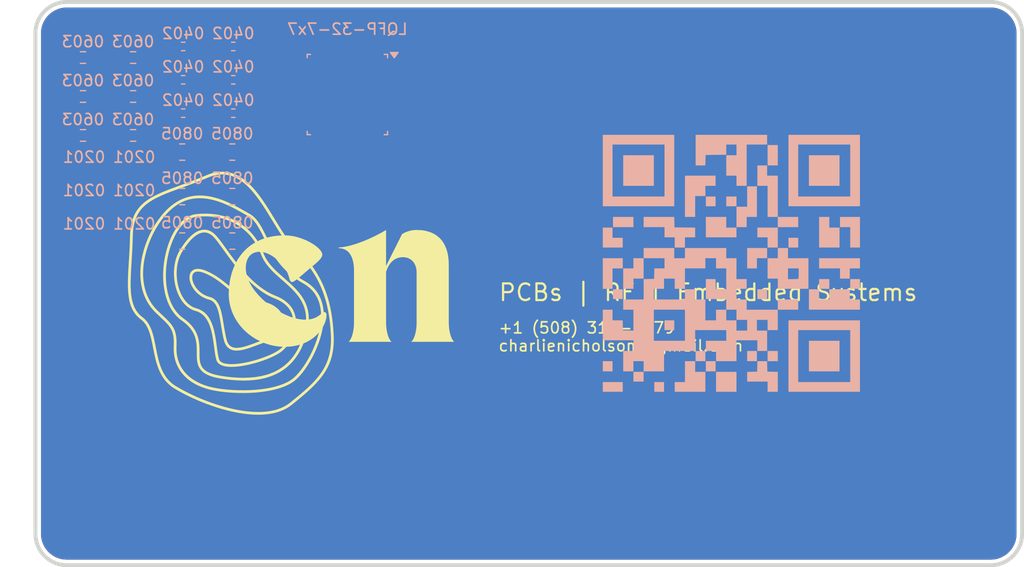
<source format=kicad_pcb>
(kicad_pcb (version 20240108) (generator "pcbnew") (generator_version "8.0")
  (layers (0 "F.Cu" signal) (31 "B.Cu" signal) (34 "B.Paste" user) (35 "F.Paste" user) (36 "B.SilkS" user "B.Silkscreen") (37 "F.SilkS" user "F.Silkscreen") (38 "B.Mask" user) (39 "F.Mask" user) (44 "Edge.Cuts" user))
  (net 0 "")
  (footprint "LOGO" (layer "B.Cu") (at 162.5 63.5 180)
    (property "Reference" "G***" (hide yes))
    (property "Value" "LOGO" (hide yes))
  )
  (footprint "Resistor_SMD:R_0805_2012Metric" (layer "B.Cu") (at 113.1625 57.5 180)
    (property "Reference" "0805" (at 0 1.65 180) (layer "B.SilkS") (effects (justify mirror)))
    (property "Value" "R_0805_2012Metric")
    (pad "1" smd roundrect (at -0.9125 0 180) (size 1.025 1.4) (layers "B.Cu" "B.Paste" "B.Mask") (roundrect_rratio 0.243902))
    (pad "2" smd roundrect (at 0.9125 0 180) (size 1.025 1.4) (layers "B.Cu" "B.Paste" "B.Mask") (roundrect_rratio 0.243902))
  )
  (footprint "Resistor_SMD:R_0805_2012Metric" (layer "B.Cu") (at 117.6625 53.5 180)
    (property "Reference" "0805" (at 0 1.65 180) (layer "B.SilkS") (effects (justify mirror)))
    (property "Value" "R_0805_2012Metric")
    (pad "1" smd roundrect (at -0.9125 0 180) (size 1.025 1.4) (layers "B.Cu" "B.Paste" "B.Mask") (roundrect_rratio 0.243902))
    (pad "2" smd roundrect (at 0.9125 0 180) (size 1.025 1.4) (layers "B.Cu" "B.Paste" "B.Mask") (roundrect_rratio 0.243902))
  )
  (footprint "Resistor_SMD:R_0201_0603Metric" (layer "B.Cu") (at 104.345 61 180)
    (property "Reference" "0201" (at 0 1.05 180) (layer "B.SilkS") (effects (justify mirror)))
    (property "Value" "R_0201_0603Metric")
    (pad "1" smd roundrect (at -0.32 0 180) (size 0.46 0.4) (layers "B.Cu" "B.Mask"))
    (pad "2" smd roundrect (at 0.32 0 180) (size 0.46 0.4) (layers "B.Cu" "B.Mask"))
  )
  (footprint "Resistor_SMD:R_0603_1608Metric" (layer "B.Cu") (at 108.75 45 180)
    (property "Reference" "0603" (at 0 1.43 180) (layer "B.SilkS") (effects (justify mirror)))
    (property "Value" "R_0603_1608Metric")
    (pad "1" smd roundrect (at -0.825 0 180) (size 0.8 0.95) (layers "B.Cu" "B.Paste" "B.Mask"))
    (pad "2" smd roundrect (at 0.825 0 180) (size 0.8 0.95) (layers "B.Cu" "B.Paste" "B.Mask"))
  )
  (footprint "Resistor_SMD:R_0201_0603Metric" (layer "B.Cu") (at 104.345 55 180)
    (property "Reference" "0201" (at 0 1.05 180) (layer "B.SilkS") (effects (justify mirror)))
    (property "Value" "R_0201_0603Metric")
    (pad "1" smd roundrect (at -0.32 0 180) (size 0.46 0.4) (layers "B.Cu" "B.Mask"))
    (pad "2" smd roundrect (at 0.32 0 180) (size 0.46 0.4) (layers "B.Cu" "B.Mask"))
  )
  (footprint "Resistor_SMD:R_0201_0603Metric" (layer "B.Cu") (at 108.845 58 180)
    (property "Reference" "0201" (at 0 1.05 180) (layer "B.SilkS") (effects (justify mirror)))
    (property "Value" "R_0201_0603Metric")
    (pad "1" smd roundrect (at -0.32 0 180) (size 0.46 0.4) (layers "B.Cu" "B.Mask"))
    (pad "2" smd roundrect (at 0.32 0 180) (size 0.46 0.4) (layers "B.Cu" "B.Mask"))
  )
  (footprint "Resistor_SMD:R_0603_1608Metric" (layer "B.Cu") (at 108.75 52 180)
    (property "Reference" "0603" (at 0 1.43 180) (layer "B.SilkS") (effects (justify mirror)))
    (property "Value" "R_0603_1608Metric")
    (pad "1" smd roundrect (at -0.825 0 180) (size 0.8 0.95) (layers "B.Cu" "B.Paste" "B.Mask"))
    (pad "2" smd roundrect (at 0.825 0 180) (size 0.8 0.95) (layers "B.Cu" "B.Paste" "B.Mask"))
  )
  (footprint "Resistor_SMD:R_0603_1608Metric" (layer "B.Cu") (at 104.25 45 180)
    (property "Reference" "0603" (at 0 1.43 180) (layer "B.SilkS") (effects (justify mirror)))
    (property "Value" "R_0603_1608Metric")
    (pad "1" smd roundrect (at -0.825 0 180) (size 0.8 0.95) (layers "B.Cu" "B.Paste" "B.Mask"))
    (pad "2" smd roundrect (at 0.825 0 180) (size 0.8 0.95) (layers "B.Cu" "B.Paste" "B.Mask"))
  )
  (footprint "Resistor_SMD:R_0805_2012Metric" (layer "B.Cu") (at 117.6625 61.5 180)
    (property "Reference" "0805" (at 0 1.65 180) (layer "B.SilkS") (effects (justify mirror)))
    (property "Value" "R_0805_2012Metric")
    (pad "1" smd roundrect (at -0.9125 0 180) (size 1.025 1.4) (layers "B.Cu" "B.Paste" "B.Mask") (roundrect_rratio 0.243902))
    (pad "2" smd roundrect (at 0.9125 0 180) (size 1.025 1.4) (layers "B.Cu" "B.Paste" "B.Mask") (roundrect_rratio 0.243902))
  )
  (footprint "Package_QFP:LQFP-32_7x7mm_P0.8mm" (layer "B.Cu") (at 128 48.325 180)
    (property "Reference" "LQFP-32-7x7" (at 0 5.88 180) (layer "B.SilkS") (effects (justify mirror)))
    (property "Value" "LQFP-32_7x7mm_P0.8mm")
    (pad "1" smd roundrect (at -4.175 2.8 180) (size 1.5 0.5) (layers "B.Cu" "B.Paste" "B.Mask"))
    (pad "2" smd roundrect (at -4.175 2 180) (size 1.5 0.5) (layers "B.Cu" "B.Paste" "B.Mask"))
    (pad "3" smd roundrect (at -4.175 1.2 180) (size 1.5 0.5) (layers "B.Cu" "B.Paste" "B.Mask"))
    (pad "4" smd roundrect (at -4.175 0.4 180) (size 1.5 0.5) (layers "B.Cu" "B.Paste" "B.Mask"))
    (pad "5" smd roundrect (at -4.175 -0.4 180) (size 1.5 0.5) (layers "B.Cu" "B.Paste" "B.Mask"))
    (pad "6" smd roundrect (at -4.175 -1.2 180) (size 1.5 0.5) (layers "B.Cu" "B.Paste" "B.Mask"))
    (pad "7" smd roundrect (at -4.175 -2 180) (size 1.5 0.5) (layers "B.Cu" "B.Paste" "B.Mask"))
    (pad "8" smd roundrect (at -4.175 -2.8 180) (size 1.5 0.5) (layers "B.Cu" "B.Paste" "B.Mask"))
    (pad "9" smd roundrect (at -2.8 -4.175 180) (size 0.5 1.5) (layers "B.Cu" "B.Paste" "B.Mask"))
    (pad "10" smd roundrect (at -2 -4.175 180) (size 0.5 1.5) (layers "B.Cu" "B.Paste" "B.Mask"))
    (pad "11" smd roundrect (at -1.2 -4.175 180) (size 0.5 1.5) (layers "B.Cu" "B.Paste" "B.Mask"))
    (pad "12" smd roundrect (at -0.4 -4.175 180) (size 0.5 1.5) (layers "B.Cu" "B.Paste" "B.Mask"))
    (pad "13" smd roundrect (at 0.4 -4.175 180) (size 0.5 1.5) (layers "B.Cu" "B.Paste" "B.Mask"))
    (pad "14" smd roundrect (at 1.2 -4.175 180) (size 0.5 1.5) (layers "B.Cu" "B.Paste" "B.Mask"))
    (pad "15" smd roundrect (at 2 -4.175 180) (size 0.5 1.5) (layers "B.Cu" "B.Paste" "B.Mask"))
    (pad "16" smd roundrect (at 2.8 -4.175 180) (size 0.5 1.5) (layers "B.Cu" "B.Paste" "B.Mask"))
    (pad "17" smd roundrect (at 4.175 -2.8 180) (size 1.5 0.5) (layers "B.Cu" "B.Paste" "B.Mask"))
    (pad "18" smd roundrect (at 4.175 -2 180) (size 1.5 0.5) (layers "B.Cu" "B.Paste" "B.Mask"))
    (pad "19" smd roundrect (at 4.175 -1.2 180) (size 1.5 0.5) (layers "B.Cu" "B.Paste" "B.Mask"))
    (pad "20" smd roundrect (at 4.175 -0.4 180) (size 1.5 0.5) (layers "B.Cu" "B.Paste" "B.Mask"))
    (pad "21" smd roundrect (at 4.175 0.4 180) (size 1.5 0.5) (layers "B.Cu" "B.Paste" "B.Mask"))
    (pad "22" smd roundrect (at 4.175 1.2 180) (size 1.5 0.5) (layers "B.Cu" "B.Paste" "B.Mask"))
    (pad "23" smd roundrect (at 4.175 2 180) (size 1.5 0.5) (layers "B.Cu" "B.Paste" "B.Mask"))
    (pad "24" smd roundrect (at 4.175 2.8 180) (size 1.5 0.5) (layers "B.Cu" "B.Paste" "B.Mask"))
    (pad "25" smd roundrect (at 2.8 4.175 180) (size 0.5 1.5) (layers "B.Cu" "B.Paste" "B.Mask"))
    (pad "26" smd roundrect (at 2 4.175 180) (size 0.5 1.5) (layers "B.Cu" "B.Paste" "B.Mask"))
    (pad "27" smd roundrect (at 1.2 4.175 180) (size 0.5 1.5) (layers "B.Cu" "B.Paste" "B.Mask"))
    (pad "28" smd roundrect (at 0.4 4.175 180) (size 0.5 1.5) (layers "B.Cu" "B.Paste" "B.Mask"))
    (pad "29" smd roundrect (at -0.4 4.175 180) (size 0.5 1.5) (layers "B.Cu" "B.Paste" "B.Mask"))
    (pad "30" smd roundrect (at -1.2 4.175 180) (size 0.5 1.5) (layers "B.Cu" "B.Paste" "B.Mask"))
    (pad "31" smd roundrect (at -2 4.175 180) (size 0.5 1.5) (layers "B.Cu" "B.Paste" "B.Mask"))
    (pad "32" smd roundrect (at -2.8 4.175 180) (size 0.5 1.5) (layers "B.Cu" "B.Paste" "B.Mask"))
  )
  (footprint "Resistor_SMD:R_0201_0603Metric" (layer "B.Cu") (at 108.845 55 180)
    (property "Reference" "0201" (at 0 1.05 180) (layer "B.SilkS") (effects (justify mirror)))
    (property "Value" "R_0201_0603Metric")
    (pad "1" smd roundrect (at -0.32 0 180) (size 0.46 0.4) (layers "B.Cu" "B.Mask"))
    (pad "2" smd roundrect (at 0.32 0 180) (size 0.46 0.4) (layers "B.Cu" "B.Mask"))
  )
  (footprint "Resistor_SMD:R_0805_2012Metric" (layer "B.Cu") (at 117.6625 57.5 180)
    (property "Reference" "0805" (at 0 1.65 180) (layer "B.SilkS") (effects (justify mirror)))
    (property "Value" "R_0805_2012Metric")
    (pad "1" smd roundrect (at -0.9125 0 180) (size 1.025 1.4) (layers "B.Cu" "B.Paste" "B.Mask") (roundrect_rratio 0.243902))
    (pad "2" smd roundrect (at 0.9125 0 180) (size 1.025 1.4) (layers "B.Cu" "B.Paste" "B.Mask") (roundrect_rratio 0.243902))
  )
  (footprint "Resistor_SMD:R_0603_1608Metric" (layer "B.Cu") (at 108.75 48.5 180)
    (property "Reference" "0603" (at 0 1.43 180) (layer "B.SilkS") (effects (justify mirror)))
    (property "Value" "R_0603_1608Metric")
    (pad "1" smd roundrect (at -0.825 0 180) (size 0.8 0.95) (layers "B.Cu" "B.Paste" "B.Mask"))
    (pad "2" smd roundrect (at 0.825 0 180) (size 0.8 0.95) (layers "B.Cu" "B.Paste" "B.Mask"))
  )
  (footprint "Resistor_SMD:R_0402_1005Metric" (layer "B.Cu") (at 113.25 44 180)
    (property "Reference" "0402" (at 0 1.17 180) (layer "B.SilkS") (effects (justify mirror)))
    (property "Value" "R_0402_1005Metric")
    (pad "1" smd roundrect (at -0.51 0 180) (size 0.54 0.64) (layers "B.Cu" "B.Paste" "B.Mask"))
    (pad "2" smd roundrect (at 0.51 0 180) (size 0.54 0.64) (layers "B.Cu" "B.Paste" "B.Mask"))
  )
  (footprint "Resistor_SMD:R_0402_1005Metric" (layer "B.Cu") (at 113.25 50 180)
    (property "Reference" "0402" (at 0 1.17 180) (layer "B.SilkS") (effects (justify mirror)))
    (property "Value" "R_0402_1005Metric")
    (pad "1" smd roundrect (at -0.51 0 180) (size 0.54 0.64) (layers "B.Cu" "B.Paste" "B.Mask"))
    (pad "2" smd roundrect (at 0.51 0 180) (size 0.54 0.64) (layers "B.Cu" "B.Paste" "B.Mask"))
  )
  (footprint "Resistor_SMD:R_0805_2012Metric" (layer "B.Cu") (at 113.1625 53.5 180)
    (property "Reference" "0805" (at 0 1.65 180) (layer "B.SilkS") (effects (justify mirror)))
    (property "Value" "R_0805_2012Metric")
    (pad "1" smd roundrect (at -0.9125 0 180) (size 1.025 1.4) (layers "B.Cu" "B.Paste" "B.Mask") (roundrect_rratio 0.243902))
    (pad "2" smd roundrect (at 0.9125 0 180) (size 1.025 1.4) (layers "B.Cu" "B.Paste" "B.Mask") (roundrect_rratio 0.243902))
  )
  (footprint "Resistor_SMD:R_0805_2012Metric" (layer "B.Cu") (at 113.1625 61.5 180)
    (property "Reference" "0805" (at 0 1.65 180) (layer "B.SilkS") (effects (justify mirror)))
    (property "Value" "R_0805_2012Metric")
    (pad "1" smd roundrect (at -0.9125 0 180) (size 1.025 1.4) (layers "B.Cu" "B.Paste" "B.Mask") (roundrect_rratio 0.243902))
    (pad "2" smd roundrect (at 0.9125 0 180) (size 1.025 1.4) (layers "B.Cu" "B.Paste" "B.Mask") (roundrect_rratio 0.243902))
  )
  (footprint "Resistor_SMD:R_0201_0603Metric" (layer "B.Cu") (at 108.855 61 180)
    (property "Reference" "0201" (at 0 1.05 180) (layer "B.SilkS") (effects (justify mirror)))
    (property "Value" "R_0201_0603Metric")
    (pad "1" smd roundrect (at -0.32 0 180) (size 0.46 0.4) (layers "B.Cu" "B.Mask"))
    (pad "2" smd roundrect (at 0.32 0 180) (size 0.46 0.4) (layers "B.Cu" "B.Mask"))
  )
  (footprint "Resistor_SMD:R_0603_1608Metric" (layer "B.Cu") (at 104.25 52 180)
    (property "Reference" "0603" (at 0 1.43 180) (layer "B.SilkS") (effects (justify mirror)))
    (property "Value" "R_0603_1608Metric")
    (pad "1" smd roundrect (at -0.825 0 180) (size 0.8 0.95) (layers "B.Cu" "B.Paste" "B.Mask"))
    (pad "2" smd roundrect (at 0.825 0 180) (size 0.8 0.95) (layers "B.Cu" "B.Paste" "B.Mask"))
  )
  (footprint "Resistor_SMD:R_0402_1005Metric" (layer "B.Cu") (at 113.25 47 180)
    (property "Reference" "0402" (at 0 1.17 180) (layer "B.SilkS") (effects (justify mirror)))
    (property "Value" "R_0402_1005Metric")
    (pad "1" smd roundrect (at -0.51 0 180) (size 0.54 0.64) (layers "B.Cu" "B.Paste" "B.Mask"))
    (pad "2" smd roundrect (at 0.51 0 180) (size 0.54 0.64) (layers "B.Cu" "B.Paste" "B.Mask"))
  )
  (footprint "Resistor_SMD:R_0402_1005Metric" (layer "B.Cu") (at 117.75 47 180)
    (property "Reference" "0402" (at 0 1.17 180) (layer "B.SilkS") (effects (justify mirror)))
    (property "Value" "R_0402_1005Metric")
    (pad "1" smd roundrect (at -0.51 0 180) (size 0.54 0.64) (layers "B.Cu" "B.Paste" "B.Mask"))
    (pad "2" smd roundrect (at 0.51 0 180) (size 0.54 0.64) (layers "B.Cu" "B.Paste" "B.Mask"))
  )
  (footprint "Resistor_SMD:R_0402_1005Metric" (layer "B.Cu") (at 117.75 50 180)
    (property "Reference" "0402" (at 0 1.17 180) (layer "B.SilkS") (effects (justify mirror)))
    (property "Value" "R_0402_1005Metric")
    (pad "1" smd roundrect (at -0.51 0 180) (size 0.54 0.64) (layers "B.Cu" "B.Paste" "B.Mask"))
    (pad "2" smd roundrect (at 0.51 0 180) (size 0.54 0.64) (layers "B.Cu" "B.Paste" "B.Mask"))
  )
  (footprint "Resistor_SMD:R_0402_1005Metric" (layer "B.Cu") (at 117.75 44 180)
    (property "Reference" "0402" (at 0 1.17 180) (layer "B.SilkS") (effects (justify mirror)))
    (property "Value" "R_0402_1005Metric")
    (pad "1" smd roundrect (at -0.51 0 180) (size 0.54 0.64) (layers "B.Cu" "B.Paste" "B.Mask"))
    (pad "2" smd roundrect (at 0.51 0 180) (size 0.54 0.64) (layers "B.Cu" "B.Paste" "B.Mask"))
  )
  (footprint "Resistor_SMD:R_0603_1608Metric" (layer "B.Cu") (at 104.25 48.5 180)
    (property "Reference" "0603" (at 0 1.43 180) (layer "B.SilkS") (effects (justify mirror)))
    (property "Value" "R_0603_1608Metric")
    (pad "1" smd roundrect (at -0.825 0 180) (size 0.8 0.95) (layers "B.Cu" "B.Paste" "B.Mask"))
    (pad "2" smd roundrect (at 0.825 0 180) (size 0.8 0.95) (layers "B.Cu" "B.Paste" "B.Mask"))
  )
  (footprint "Resistor_SMD:R_0201_0603Metric" (layer "B.Cu") (at 104.345 58 180)
    (property "Reference" "0201" (at 0 1.05 180) (layer "B.SilkS") (effects (justify mirror)))
    (property "Value" "R_0201_0603Metric")
    (pad "1" smd roundrect (at -0.32 0 180) (size 0.46 0.4) (layers "B.Cu" "B.Mask"))
    (pad "2" smd roundrect (at 0.32 0 180) (size 0.46 0.4) (layers "B.Cu" "B.Mask"))
  )
  (gr_poly (pts (xy 134.550795 60.514101) (xy 134.708336 60.529161) (xy 134.861587 60.550268) (xy 135.010474 60.577435) (xy 135.154922 60.610674) (xy 135.294859 60.65) (xy 135.430211 60.695425) (xy 135.560903 60.746962) (xy 135.686863 60.804625) (xy 135.808017 60.868427) (xy 135.924291 60.93838) (xy 136.035611 61.014498) (xy 136.141904 61.096794) (xy 136.243095 61.185281) (xy 136.339113 61.279972) (xy 136.429881 61.38088) (xy 136.515328 61.488019) (xy 136.595379 61.601402) (xy 136.66996 61.721041) (xy 136.738998 61.84695) (xy 136.80242 61.979142) (xy 136.860151 62.11763) (xy 136.912118 62.262427) (xy 136.958247 62.413547) (xy 136.998465 62.571001) (xy 137.032697 62.734805) (xy 137.060871 62.90497) (xy 137.082912 63.08151) (xy 137.098746 63.264437) (xy 137.108301 63.453766) (xy 137.111503 63.649509) (xy 137.111503 68.803372) (xy 137.113439 68.936303) (xy 137.119243 69.069968) (xy 137.128907 69.203553) (xy 137.142423 69.336242) (xy 137.159781 69.467219) (xy 137.180975 69.595668) (xy 137.205997 69.720775) (xy 137.234838 69.841723) (xy 137.267489 69.957698) (xy 137.303944 70.067883) (xy 137.344194 70.171464) (xy 137.388231 70.267624) (xy 137.436047 70.355548) (xy 137.487633 70.43442) (xy 137.514838 70.470207) (xy 137.542982 70.503426) (xy 137.572065 70.533974) (xy 137.602086 70.561749) (xy 133.732554 70.561749) (xy 133.791658 70.50355) (xy 133.847007 70.434894) (xy 133.898593 70.356565) (xy 133.946408 70.269346) (xy 133.990445 70.174021) (xy 134.030695 70.071371) (xy 134.06715 69.962182) (xy 134.099801 69.847236) (xy 134.128642 69.727315) (xy 134.153663 69.603204) (xy 134.174857 69.475686) (xy 134.192216 69.345544) (xy 134.205731 69.21356) (xy 134.215395 69.080519) (xy 134.221199 68.947203) (xy 134.223136 68.814396) (xy 134.223136 64.355064) (xy 134.221581 64.271981) (xy 134.216963 64.191213) (xy 134.209351 64.112781) (xy 134.198816 64.036705) (xy 134.185426 63.963007) (xy 134.169251 63.891708) (xy 134.150361 63.82283) (xy 134.128826 63.756393) (xy 134.104716 63.692418) (xy 134.078099 63.630928) (xy 134.049045 63.571943) (xy 134.017625 63.515484) (xy 133.983908 63.461572) (xy 133.947963 63.410229) (xy 133.90986 63.361476) (xy 133.869669 63.315334) (xy 133.827459 63.271825) (xy 133.783301 63.230969) (xy 133.737263 63.192787) (xy 133.689415 63.157301) (xy 133.639827 63.124533) (xy 133.588569 63.094502) (xy 133.535711 63.067231) (xy 133.481321 63.042741) (xy 133.425469 63.021053) (xy 133.368226 63.002187) (xy 133.309661 62.986166) (xy 133.249843 62.97301) (xy 133.188842 62.962741) (xy 133.126728 62.95538) (xy 133.06357 62.950947) (xy 132.999438 62.949465) (xy 132.917557 62.951415) (xy 132.838284 62.957179) (xy 132.761582 62.966633) (xy 132.687409 62.979653) (xy 132.615728 62.996112) (xy 132.546498 63.015886) (xy 132.479681 63.038849) (xy 132.415236 63.064876) (xy 132.353125 63.093842) (xy 132.293308 63.125623) (xy 132.235745 63.160092) (xy 132.180399 63.197124) (xy 132.127228 63.236596) (xy 132.076194 63.27838) (xy 132.027257 63.322353) (xy 131.980378 63.368389) (xy 131.935518 63.416362) (xy 131.892637 63.466149) (xy 131.812656 63.570659) (xy 131.740119 63.680918) (xy 131.674712 63.795925) (xy 131.61612 63.914678) (xy 131.564028 64.036177) (xy 131.518121 64.15942) (xy 131.478084 64.283406) (xy 131.478084 68.803372) (xy 131.480082 68.936303) (xy 131.486061 69.069968) (xy 131.495997 69.203553) (xy 131.509865 69.336242) (xy 131.527641 69.467219) (xy 131.5493 69.595668) (xy 131.57482 69.720775) (xy 131.604174 69.841723) (xy 131.63734 69.957698) (xy 131.674293 70.067883) (xy 131.715008 70.171464) (xy 131.759462 70.267624) (xy 131.80763 70.355548) (xy 131.859488 70.43442) (xy 131.886793 70.470207) (xy 131.915012 70.503426) (xy 131.944141 70.533974) (xy 131.974177 70.561749) (xy 128.104646 70.561749) (xy 128.162841 70.50355) (xy 128.217515 70.434894) (xy 128.268637 70.356565) (xy 128.316174 70.269346) (xy 128.360094 70.174021) (xy 128.400364 70.071371) (xy 128.436952 69.962182) (xy 128.469826 69.847236) (xy 128.498953 69.727315) (xy 128.524301 69.603204) (xy 128.545838 69.475686) (xy 128.563532 69.345544) (xy 128.57735 69.21356) (xy 128.58726 69.080519) (xy 128.59323 68.947203) (xy 128.595227 68.814396) (xy 128.595227 64.156626) (xy 128.591405 63.957812) (xy 128.583782 63.825627) (xy 128.56982 63.677155) (xy 128.547622 63.516572) (xy 128.51529 63.348052) (xy 128.470928 63.175769) (xy 128.443642 63.089521) (xy 128.412637 63.003898) (xy 128.377675 62.919421) (xy 128.33852 62.836613) (xy 128.294934 62.755995) (xy 128.24668 62.678089) (xy 128.193521 62.603416) (xy 128.135219 62.5325) (xy 128.071538 62.46586) (xy 128.00224 62.40402) (xy 127.927088 62.347502) (xy 127.845845 62.296826) (xy 127.758273 62.252514) (xy 127.664136 62.215089) (xy 127.563196 62.185073) (xy 127.455217 62.162986) (xy 127.33996 62.149352) (xy 127.217189 62.144691) (xy 127.217189 62.078545) (xy 127.484504 62.05533) (xy 127.762009 62.013745) (xy 128.047492 61.955575) (xy 128.33874 61.882605) (xy 128.63354 61.796619) (xy 128.929681 61.699401) (xy 129.22495 61.592737) (xy 129.517135 61.478409) (xy 129.804022 61.358204) (xy 130.083401 61.233904) (xy 130.61078 60.980162) (xy 131.081574 60.731459) (xy 131.478084 60.502069) (xy 131.478084 63.737703) (xy 132.916755 60.865871) (xy 132.985686 60.827267) (xy 133.056087 60.7901) (xy 133.128006 60.754516) (xy 133.201492 60.72066) (xy 133.276592 60.688678) (xy 133.353356 60.658713) (xy 133.431832 60.630913) (xy 133.512068 60.605422) (xy 133.594112 60.582386) (xy 133.678014 60.561949) (xy 133.763821 60.544258) (xy 133.851582 60.529458) (xy 133.941346 60.517693) (xy 134.03316 60.50911) (xy 134.127074 60.503853) (xy 134.223136 60.502069)) (stroke (width -0.000001)) (fill solid) (layer "F.SilkS"))
  (gr_poly (pts (xy 115.191909 60.475973) (xy 115.263507 60.480715) (xy 115.334564 60.489826) (xy 115.405066 60.503299) (xy 115.474998 60.521129) (xy 115.544347 60.543308) (xy 115.613099 60.569832) (xy 115.681239 60.600693) (xy 115.748753 60.635886) (xy 115.815627 60.675406) (xy 115.881847 60.719245) (xy 115.947399 60.767398) (xy 116.012269 60.819858) (xy 116.076442 60.876621) (xy 116.127771 60.925336) (xy 116.1805 60.978894) (xy 116.234675 61.037164) (xy 116.29034 61.100014) (xy 116.347538 61.167312) (xy 116.406315 61.238929) (xy 116.528783 61.394591) (xy 116.658098 61.56595) (xy 116.794615 61.751955) (xy 117.090678 62.163709) (xy 117.487534 62.714009) (xy 117.931561 63.307136) (xy 118.171108 63.61227) (xy 118.422259 63.919125) (xy 118.684952 64.224703) (xy 118.959126 64.526011) (xy 119.244717 64.820051) (xy 119.541662 65.103828) (xy 119.849899 65.374348) (xy 120.169366 65.628613) (xy 120.5 65.863629) (xy 120.841739 66.076401) (xy 121.016752 66.173508) (xy 121.194519 66.263931) (xy 121.37503 66.347295) (xy 121.558278 66.423225) (xy 121.696275 66.480182) (xy 121.837043 66.544339) (xy 121.979252 66.616082) (xy 122.121573 66.695797) (xy 122.262674 66.783868) (xy 122.401226 66.880683) (xy 122.535898 66.986625) (xy 122.665359 67.102081) (xy 122.788281 67.227436) (xy 122.846874 67.293947) (xy 122.903332 67.363077) (xy 122.957491 67.434874) (xy 123.009182 67.509387) (xy 123.058242 67.586664) (xy 123.104502 67.666754) (xy 123.147796 67.749703) (xy 123.187959 67.835562) (xy 123.224825 67.924377) (xy 123.258225 68.016197) (xy 123.287996 68.11107) (xy 123.31397 68.209044) (xy 123.33598 68.310168) (xy 123.353862 68.41449) (xy 123.367613 68.524905) (xy 123.376413 68.635659) (xy 123.379757 68.857629) (xy 123.365098 69.079296) (xy 123.333643 69.299557) (xy 123.286597 69.517306) (xy 123.225163 69.73144) (xy 123.150548 69.940854) (xy 123.063957 70.144445) (xy 122.966595 70.341108) (xy 122.859666 70.529738) (xy 122.744376 70.709233) (xy 122.62193 70.878487) (xy 122.493533 71.036396) (xy 122.360391 71.181857) (xy 122.223708 71.313765) (xy 122.084689 71.431015) (xy 121.91842 71.55032) (xy 121.721988 71.671217) (xy 121.49859 71.792425) (xy 121.251428 71.912662) (xy 120.9837 72.030646) (xy 120.698606 72.145095) (xy 120.399345 72.254728) (xy 120.089117 72.358263) (xy 119.771121 72.454418) (xy 119.448558 72.541911) (xy 119.124626 72.61946) (xy 118.802525 72.685783) (xy 118.485454 72.7396) (xy 118.176613 72.779627) (xy 117.879201 72.804583) (xy 117.596418 72.813187) (xy 117.486262 72.811691) (xy 117.379205 72.807158) (xy 117.275508 72.799525) (xy 117.175428 72.788727) (xy 117.079223 72.774699) (xy 116.987153 72.757377) (xy 116.899475 72.736696) (xy 116.857364 72.725076) (xy 116.816448 72.712592) (xy 116.757942 72.692326) (xy 116.702314 72.670292) (xy 116.649568 72.646498) (xy 116.599709 72.620952) (xy 116.552741 72.593662) (xy 116.508667 72.564635) (xy 116.467492 72.533881) (xy 116.42922 72.501407) (xy 116.393855 72.467221) (xy 116.3614 72.431332) (xy 116.33186 72.393747) (xy 116.30524 72.354474) (xy 116.281542 72.313521) (xy 116.260771 72.270898) (xy 116.242931 72.226611) (xy 116.228026 72.180668) (xy 116.195583 72.057611) (xy 116.166144 71.926657) (xy 116.139224 71.788565) (xy 116.114338 71.644095) (xy 116.091003 71.494004) (xy 116.068734 71.339053) (xy 116.025455 71.017603) (xy 115.957896 70.524363) (xy 115.874366 70.020077) (xy 115.822872 69.769504) (xy 115.762898 69.523025) (xy 115.692948 69.282924) (xy 115.611527 69.051488) (xy 115.517137 68.831001) (xy 115.408285 68.623747) (xy 115.347967 68.525797) (xy 115.283473 68.432013) (xy 115.214615 68.342679) (xy 115.141206 68.258083) (xy 115.06306 68.178508) (xy 114.979989 68.104242) (xy 114.891806 68.035569) (xy 114.798325 67.972775) (xy 114.699358 67.916146) (xy 114.594719 67.865968) (xy 114.48422 67.822525) (xy 114.367675 67.786105) (xy 114.238639 67.74592) (xy 114.1126 67.696785) (xy 113.989715 67.638857) (xy 113.870138 67.572294) (xy 113.754026 67.497252) (xy 113.641532 67.413889) (xy 113.532813 67.322363) (xy 113.428025 67.222832) (xy 113.327322 67.115452) (xy 113.230861 67.000381) (xy 113.138795 66.877776) (xy 113.051282 66.747796) (xy 112.968476 66.610597) (xy 112.890534 66.466337) (xy 112.817609 66.315173) (xy 112.749858 66.157263) (xy 112.663436 65.923465) (xy 112.590167 65.683369) (xy 112.529995 65.438266) (xy 112.482863 65.18945) (xy 112.448715 64.938211) (xy 112.427494 64.685842) (xy 112.419375 64.44062) (xy 112.663373 64.44062) (xy 112.671633 64.678313) (xy 112.692005 64.916277) (xy 112.724537 65.153298) (xy 112.769277 65.388163) (xy 112.826275 65.619659) (xy 112.895578 65.846573) (xy 112.977234 66.067691) (xy 113.039465 66.211909) (xy 113.106178 66.349912) (xy 113.177234 66.481556) (xy 113.252497 66.606698) (xy 113.33183 66.725195) (xy 113.415095 66.836903) (xy 113.502155 66.941679) (xy 113.592873 67.03938) (xy 113.687111 67.129863) (xy 113.784732 67.212984) (xy 113.8856 67.288599) (xy 113.989576 67.356566) (xy 114.096523 67.416741) (xy 114.206304 67.468981) (xy 114.318783 67.513143) (xy 114.433821 67.549082) (xy 114.564796 67.589647) (xy 114.688887 67.637504) (xy 114.806308 67.692354) (xy 114.917272 67.753901) (xy 115.021995 67.821846) (xy 115.120688 67.89589) (xy 115.213566 67.975737) (xy 115.300843 68.061088) (xy 115.382733 68.151644) (xy 115.459448 68.247109) (xy 115.531203 68.347184) (xy 115.598212 68.45157) (xy 115.660687 68.559971) (xy 115.718844 68.672088) (xy 115.772895 68.787622) (xy 115.823055 68.906277) (xy 115.912555 69.151755) (xy 115.989052 69.406136) (xy 116.054258 69.667038) (xy 116.109881 69.932076) (xy 116.157631 70.198866) (xy 116.199219 70.465024) (xy 116.270745 70.985909) (xy 116.313141 71.300404) (xy 116.334961 71.451821) (xy 116.357734 71.598103) (xy 116.381863 71.738313) (xy 116.407752 71.871515) (xy 116.435806 71.99677) (xy 116.466427 72.113144) (xy 116.471215 72.128765) (xy 116.476538 72.144103) (xy 116.482396 72.15916) (xy 116.48879 72.173937) (xy 116.495723 72.188434) (xy 116.503195 72.202653) (xy 116.511207 72.216593) (xy 116.519761 72.230256) (xy 116.528858 72.243643) (xy 116.5385 72.256754) (xy 116.548686 72.269589) (xy 116.55942 72.282151) (xy 116.570702 72.294439) (xy 116.582533 72.306454) (xy 116.607848 72.329669) (xy 116.635375 72.351802) (xy 116.665125 72.372859) (xy 116.697108 72.392846) (xy 116.731333 72.411769) (xy 116.767811 72.429635) (xy 116.806552 72.446449) (xy 116.847566 72.462217) (xy 116.890862 72.476946) (xy 117.00775 72.509237) (xy 117.13419 72.534205) (xy 117.412956 72.563268) (xy 117.721614 72.566331) (xy 118.054616 72.54559) (xy 118.406415 72.503243) (xy 118.771465 72.441484) (xy 119.144218 72.362511) (xy 119.519126 72.268519) (xy 119.890643 72.161704) (xy 120.253222 72.044264) (xy 120.601316 71.918394) (xy 120.929376 71.786291) (xy 121.231857 71.650151) (xy 121.503211 71.512169) (xy 121.73789 71.374543) (xy 121.930348 71.239468) (xy 122.060624 71.129026) (xy 122.188235 71.004663) (xy 122.312132 70.867543) (xy 122.431265 70.718828) (xy 122.544585 70.559681) (xy 122.651041 70.391264) (xy 122.749584 70.214741) (xy 122.839165 70.031274) (xy 122.918733 69.842025) (xy 122.987239 69.648158) (xy 123.043634 69.450834) (xy 123.086867 69.251218) (xy 123.10322 69.150913) (xy 123.115889 69.050471) (xy 123.124743 68.950037) (xy 123.129651 68.849757) (xy 123.130481 68.749775) (xy 123.127102 68.650238) (xy 123.119383 68.551289) (xy 123.107193 68.453076) (xy 123.07942 68.302846) (xy 123.041588 68.157578) (xy 122.993716 68.017292) (xy 122.935821 67.882008) (xy 122.867922 67.751747) (xy 122.790037 67.626527) (xy 122.702184 67.506371) (xy 122.604381 67.391297) (xy 122.496647 67.281327) (xy 122.378999 67.176479) (xy 122.251456 67.076775) (xy 122.114036 66.982235) (xy 121.966758 66.892878) (xy 121.809638 66.808726) (xy 121.642696 66.729797) (xy 121.465949 66.656113) (xy 121.276369 66.577579) (xy 121.089779 66.491575) (xy 120.906178 66.398477) (xy 120.725568 66.298663) (xy 120.373329 66.080397) (xy 120.033069 65.839798) (xy 119.704801 65.579884) (xy 119.388532 65.303676) (xy 119.084275 65.014194) (xy 118.792038 64.714457) (xy 118.511833 64.407486) (xy 118.243668 64.096299) (xy 117.987555 63.783918) (xy 117.743502 63.473361) (xy 117.291621 62.869802) (xy 116.888106 62.309781) (xy 116.605157 61.916243) (xy 116.472168 61.734937) (xy 116.345332 61.566501) (xy 116.22502 61.412858) (xy 116.111604 61.275929) (xy 116.005454 61.157636) (xy 115.955221 61.106078) (xy 115.906943 61.0599) (xy 115.853751 61.01307) (xy 115.800116 60.969738) (xy 115.746049 60.929915) (xy 115.69156 60.89361) (xy 115.63666 60.860833) (xy 115.581358 60.831595) (xy 115.525664 60.805906) (xy 115.469588 60.783776) (xy 115.413142 60.765214) (xy 115.356334 60.750232) (xy 115.299174 60.738838) (xy 115.241674 60.731044) (xy 115.183842 60.726859) (xy 115.12569 60.726294) (xy 115.067227 60.729358) (xy 115.008462 60.736062) (xy 114.95324 60.74562) (xy 114.89765 60.758266) (xy 114.841709 60.773989) (xy 114.785427 60.792776) (xy 114.72882 60.814615) (xy 114.671901 60.839495) (xy 114.614681 60.867402) (xy 114.557176 60.898325) (xy 114.441362 60.96917) (xy 114.324565 61.051933) (xy 114.206892 61.146517) (xy 114.08845 61.252825) (xy 113.969345 61.370761) (xy 113.849686 61.500226) (xy 113.729578 61.641125) (xy 113.609129 61.793361) (xy 113.488446 61.956836) (xy 113.367636 62.131454) (xy 113.246806 62.317118) (xy 113.126062 62.51373) (xy 113.027498 62.694396) (xy 112.940609 62.88625) (xy 112.865444 63.088081) (xy 112.802051 63.298674) (xy 112.75048 63.516817) (xy 112.710778 63.741296) (xy 112.682994 63.970898) (xy 112.667176 64.204411) (xy 112.663373 64.44062) (xy 112.419375 64.44062) (xy 112.419144 64.433634) (xy 112.423607 64.182879) (xy 112.440829 63.93487) (xy 112.470751 63.690898) (xy 112.513319 63.452255) (xy 112.568474 63.220233) (xy 112.63616 62.996124) (xy 112.716322 62.781221) (xy 112.808902 62.576813) (xy 112.913845 62.384195) (xy 113.044048 62.172762) (xy 113.174192 61.973596) (xy 113.304246 61.786723) (xy 113.434183 61.612171) (xy 113.563975 61.449963) (xy 113.693594 61.300128) (xy 113.82301 61.162692) (xy 113.952196 61.037679) (xy 114.081124 60.925118) (xy 114.209766 60.825034) (xy 114.338092 60.737452) (xy 114.466075 60.662401) (xy 114.593687 60.599905) (xy 114.720899 60.549991) (xy 114.847683 60.512686) (xy 114.974011 60.488015) (xy 115.047147 60.479616) (xy 115.119785 60.475604)) (stroke (width -0.000001)) (fill solid) (layer "F.SilkS"))
  (gr_poly (pts (xy 115.018367 57.411049) (xy 115.256757 57.431995) (xy 115.49941 57.465139) (xy 115.746423 57.510464) (xy 115.997894 57.567951) (xy 116.207937 57.62437) (xy 116.415264 57.687278) (xy 116.619746 57.75606) (xy 116.82125 57.830101) (xy 117.019645 57.908785) (xy 117.214801 57.991496) (xy 117.594868 58.166536) (xy 117.960401 58.350297) (xy 118.31035 58.537853) (xy 118.959298 58.904648) (xy 119.239039 59.064501) (xy 119.300121 59.100654) (xy 119.359641 59.139059) (xy 119.417661 59.179666) (xy 119.474243 59.222427) (xy 119.529448 59.26729) (xy 119.583338 59.314207) (xy 119.687419 59.414006) (xy 119.786978 59.521427) (xy 119.882508 59.636075) (xy 119.974502 59.757553) (xy 120.063451 59.885467) (xy 120.149849 60.019421) (xy 120.234188 60.159019) (xy 120.31696 60.303865) (xy 120.398659 60.453563) (xy 120.560804 60.765937) (xy 120.724565 61.092973) (xy 120.974253 61.587772) (xy 121.250846 62.102709) (xy 121.403037 62.364817) (xy 121.566519 62.628465) (xy 121.742816 62.892489) (xy 121.933449 63.155724) (xy 122.13994 63.417004) (xy 122.363811 63.675166) (xy 122.606585 63.929044) (xy 122.869783 64.177474) (xy 123.154927 64.419291) (xy 123.46354 64.653331) (xy 123.797143 64.878428) (xy 123.973791 64.987259) (xy 124.157258 65.093418) (xy 124.342272 65.204047) (xy 124.516958 65.322487) (xy 124.681294 65.448698) (xy 124.835253 65.582643) (xy 124.908334 65.652503) (xy 124.978813 65.724282) (xy 125.046685 65.797976) (xy 125.111948 65.873579) (xy 125.174599 65.951086) (xy 125.234635 66.030493) (xy 125.292053 66.111795) (xy 125.34685 66.194987) (xy 125.399022 66.280065) (xy 125.448568 66.367023) (xy 125.495483 66.455857) (xy 125.539765 66.546562) (xy 125.620416 66.733566) (xy 125.690498 66.927996) (xy 125.749987 67.129815) (xy 125.798857 67.338983) (xy 125.837086 67.555463) (xy 125.864648 67.779215) (xy 125.879469 67.979307) (xy 125.885744 68.184541) (xy 125.883548 68.394572) (xy 125.872959 68.609052) (xy 125.854053 68.827634) (xy 125.826908 69.04997) (xy 125.791599 69.275714) (xy 125.748204 69.504518) (xy 125.696798 69.736036) (xy 125.63746 69.969918) (xy 125.570265 70.20582) (xy 125.49529 70.443393) (xy 125.412613 70.68229) (xy 125.322309 70.922164) (xy 125.224455 71.162668) (xy 125.119128 71.403454) (xy 125.024432 71.6059) (xy 124.925605 71.805653) (xy 124.823041 72.002153) (xy 124.717129 72.194837) (xy 124.608262 72.383144) (xy 124.496831 72.566514) (xy 124.383229 72.744385) (xy 124.267846 72.916197) (xy 124.151074 73.081387) (xy 124.033305 73.239395) (xy 123.91493 73.38966) (xy 123.796341 73.53162) (xy 123.67793 73.664714) (xy 123.560088 73.788381) (xy 123.443207 73.90206) (xy 123.327679 74.00519) (xy 123.178058 74.123028) (xy 123.013669 74.235143) (xy 122.834892 74.341432) (xy 122.642105 74.441792) (xy 122.435689 74.536121) (xy 122.216022 74.624315) (xy 121.983485 74.706272) (xy 121.738456 74.781888) (xy 121.481316 74.851061) (xy 121.212444 74.913687) (xy 120.932219 74.969664) (xy 120.641021 75.018889) (xy 120.33923 75.061258) (xy 120.027224 75.09667) (xy 119.705383 75.12502) (xy 119.374087 75.146206) (xy 119.180925 75.153657) (xy 118.986342 75.159298) (xy 118.790984 75.162873) (xy 118.595496 75.164122) (xy 118.135008 75.157415) (xy 117.679639 75.137595) (xy 117.234121 75.105114) (xy 116.803185 75.060424) (xy 116.391563 75.003978) (xy 116.003987 74.936228) (xy 115.645189 74.857626) (xy 115.319899 74.768624) (xy 114.968857 74.648755) (xy 114.801042 74.58215) (xy 114.638432 74.511183) (xy 114.481077 74.435919) (xy 114.329026 74.356421) (xy 114.182329 74.272754) (xy 114.041037 74.184981) (xy 113.905198 74.093167) (xy 113.774865 73.997376) (xy 113.650085 73.897672) (xy 113.530909 73.794119) (xy 113.417388 73.686781) (xy 113.309571 73.575722) (xy 113.207508 73.461007) (xy 113.111248 73.342699) (xy 113.020843 73.220862) (xy 112.936342 73.095561) (xy 112.857794 72.96686) (xy 112.785251 72.834822) (xy 112.718761 72.699512) (xy 112.658375 72.560994) (xy 112.604143 72.419332) (xy 112.556114 72.27459) (xy 112.514339 72.126833) (xy 112.478868 71.976123) (xy 112.44975 71.822526) (xy 112.427036 71.666106) (xy 112.410776 71.506926) (xy 112.401018 71.34505) (xy 112.397815 71.180544) (xy 112.401214 71.01347) (xy 112.408115 70.747483) (xy 112.405841 70.50692) (xy 112.394035 70.289171) (xy 112.37234 70.091627) (xy 112.340399 69.911677) (xy 112.297853 69.746711) (xy 112.244347 69.594119) (xy 112.179522 69.451291) (xy 112.103022 69.315617) (xy 112.014489 69.184487) (xy 111.913565 69.055291) (xy 111.799894 68.925419) (xy 111.673118 68.79226) (xy 111.53288 68.653205) (xy 111.210589 68.346966) (xy 111.003884 68.151112) (xy 110.892392 68.044852) (xy 110.776507 67.933554) (xy 110.590581 67.742373) (xy 110.417838 67.541564) (xy 110.258349 67.331353) (xy 110.112185 67.111964) (xy 109.979417 66.88362) (xy 109.860115 66.646545) (xy 109.754349 66.400964) (xy 109.662191 66.1471) (xy 109.583711 65.885179) (xy 109.51898 65.615423) (xy 109.468068 65.338056) (xy 109.431047 65.053304) (xy 109.407986 64.76139) (xy 109.398956 64.462538) (xy 109.401567 64.305231) (xy 109.647684 64.305231) (xy 109.648063 64.538198) (xy 109.657755 64.778256) (xy 109.677993 65.024152) (xy 109.710008 65.274633) (xy 109.75503 65.528444) (xy 109.814292 65.784332) (xy 109.889024 66.041044) (xy 109.980459 66.297325) (xy 110.089826 66.551924) (xy 110.218359 66.803585) (xy 110.367287 67.051055) (xy 110.449784 67.172827) (xy 110.537843 67.293082) (xy 110.631616 67.411661) (xy 110.731257 67.52841) (xy 110.836921 67.643171) (xy 110.948762 67.755787) (xy 111.063828 67.866074) (xy 111.17476 67.971451) (xy 111.380088 68.166443) (xy 111.707902 68.477858) (xy 111.852779 68.621769) (xy 111.985154 68.761239) (xy 112.105168 68.898835) (xy 112.160582 68.967734) (xy 112.212959 69.037126) (xy 112.262314 69.107335) (xy 112.308666 69.178679) (xy 112.352032 69.251482) (xy 112.392429 69.326062) (xy 112.429875 69.402742) (xy 112.464388 69.481842) (xy 112.495984 69.563684) (xy 112.524681 69.648588) (xy 112.550496 69.736875) (xy 112.573447 69.828866) (xy 112.593552 69.924882) (xy 112.610827 70.025244) (xy 112.62529 70.130273) (xy 112.636959 70.240291) (xy 112.64585 70.355617) (xy 112.651982 70.476573) (xy 112.655372 70.60348) (xy 112.656037 70.736659) (xy 112.649261 71.023116) (xy 112.646052 71.178914) (xy 112.649053 71.332335) (xy 112.658218 71.483319) (xy 112.673498 71.631805) (xy 112.694848 71.777733) (xy 112.722219 71.921044) (xy 112.755565 72.061677) (xy 112.794838 72.199573) (xy 112.839991 72.33467) (xy 112.890978 72.46691) (xy 112.94775 72.596232) (xy 113.010261 72.722576) (xy 113.078464 72.845882) (xy 113.152311 72.96609) (xy 113.231755 73.08314) (xy 113.316748 73.196971) (xy 113.407245 73.307524) (xy 113.503197 73.41474) (xy 113.604557 73.518556) (xy 113.711279 73.618915) (xy 113.823315 73.715755) (xy 113.940617 73.809016) (xy 114.063139 73.898639) (xy 114.190834 73.984563) (xy 114.461551 74.145076) (xy 114.752392 74.290073) (xy 115.06298 74.419075) (xy 115.392935 74.531601) (xy 115.580833 74.585345) (xy 115.781582 74.635409) (xy 115.994149 74.681698) (xy 116.217497 74.724118) (xy 116.450591 74.762572) (xy 116.692396 74.796968) (xy 117.197993 74.853201) (xy 117.726005 74.892058) (xy 118.268147 74.91278) (xy 118.816135 74.914608) (xy 119.089733 74.908199) (xy 119.361685 74.896782) (xy 119.68268 74.876549) (xy 119.994296 74.849509) (xy 120.296166 74.815767) (xy 120.587924 74.775428) (xy 120.8692 74.728598) (xy 121.139629 74.67538) (xy 121.398842 74.615881) (xy 121.646472 74.550205) (xy 121.882153 74.478457) (xy 122.105515 74.400742) (xy 122.316193 74.317164) (xy 122.513818 74.22783) (xy 122.698024 74.132844) (xy 122.868443 74.03231) (xy 123.024707 73.926335) (xy 123.166449 73.815022) (xy 123.384588 73.612227) (xy 123.608541 73.369533) (xy 123.835206 73.090544) (xy 124.061485 72.778866) (xy 124.284275 72.438104) (xy 124.500476 72.071862) (xy 124.706988 71.683748) (xy 124.90071 71.277364) (xy 125.078541 70.856318) (xy 125.237382 70.424213) (xy 125.37413 69.984656) (xy 125.485687 69.541251) (xy 125.56895 69.097604) (xy 125.599003 68.876817) (xy 125.62082 68.65732) (xy 125.634014 68.439566) (xy 125.638197 68.224005) (xy 125.63298 68.011086) (xy 125.617978 67.801262) (xy 125.592597 67.59306) (xy 125.557294 67.3917) (xy 125.512095 67.197212) (xy 125.457028 67.009623) (xy 125.392118 66.828962) (xy 125.317391 66.655257) (xy 125.232874 66.488537) (xy 125.138593 66.328829) (xy 125.034575 66.176162) (xy 124.920844 66.030564) (xy 124.797429 65.892064) (xy 124.664354 65.76069) (xy 124.521647 65.636469) (xy 124.369333 65.519431) (xy 124.207439 65.409603) (xy 124.035991 65.307014) (xy 123.84622 65.197367) (xy 123.663572 65.085049) (xy 123.318846 64.852985) (xy 123.000207 64.611995) (xy 122.706055 64.363252) (xy 122.434785 64.107927) (xy 122.184795 63.847195) (xy 121.954483 63.582228) (xy 121.742246 63.314199) (xy 121.54648 63.04428) (xy 121.365584 62.773644) (xy 121.197954 62.503465) (xy 121.041987 62.234915) (xy 120.758634 61.707392) (xy 120.502701 61.20046) (xy 120.345691 60.887532) (xy 120.190748 60.588654) (xy 120.034512 60.307152) (xy 119.954861 60.173957) (xy 119.873626 60.046353) (xy 119.79039 59.924757) (xy 119.704731 59.809584) (xy 119.616229 59.701249) (xy 119.524466 59.60017) (xy 119.429021 59.506762) (xy 119.329473 59.42144) (xy 119.225404 59.34462) (xy 119.116394 59.276719) (xy 118.978935 59.19886) (xy 118.835275 59.116867) (xy 118.197394 58.7561) (xy 117.85377 58.572011) (xy 117.495305 58.391846) (xy 117.310885 58.304734) (xy 117.12321 58.220401) (xy 116.93243 58.139448) (xy 116.738697 58.062473) (xy 116.542162 57.990077) (xy 116.342977 57.922858) (xy 116.141292 57.861417) (xy 115.93726 57.806352) (xy 115.789205 57.770434) (xy 115.640616 57.739151) (xy 115.491478 57.712487) (xy 115.341776 57.690425) (xy 115.191491 57.672949) (xy 115.04061 57.660043) (xy 114.889114 57.651691) (xy 114.736989 57.647878) (xy 114.590551 57.649767) (xy 114.445792 57.656988) (xy 114.302713 57.669542) (xy 114.161313 57.687432) (xy 114.021593 57.710658) (xy 113.883553 57.739224) (xy 113.747191 57.773131) (xy 113.61251 57.812381) (xy 113.479508 57.856976) (xy 113.348185 57.906919) (xy 113.218542 57.962211) (xy 113.090578 58.022855) (xy 112.964294 58.088851) (xy 112.839689 58.160204) (xy 112.716763 58.236913) (xy 112.595518 58.318982) (xy 112.463257 58.414013) (xy 112.331701 58.51654) (xy 112.201038 58.626337) (xy 112.071454 58.743181) (xy 111.943138 58.866848) (xy 111.816278 58.997114) (xy 111.69106 59.133755) (xy 111.567674 59.276547) (xy 111.446306 59.425265) (xy 111.327144 59.579686) (xy 111.210376 59.739585) (xy 111.096191 59.904738) (xy 110.984774 60.074922) (xy 110.876315 60.249913) (xy 110.771001 60.429485) (xy 110.66902 60.613416) (xy 110.567265 60.808072) (xy 110.470319 61.005298) (xy 110.378274 61.204789) (xy 110.291222 61.40624) (xy 110.209258 61.609346) (xy 110.132474 61.813803) (xy 110.060962 62.019305) (xy 109.994815 62.225548) (xy 109.934127 62.432227) (xy 109.87899 62.639038) (xy 109.829497 62.845674) (xy 109.785741 63.051833) (xy 109.747814 63.257208) (xy 109.715811 63.461495) (xy 109.689822 63.664389) (xy 109.669943 63.865586) (xy 109.655388 64.080609) (xy 109.647684 64.305231) (xy 109.401567 64.305231) (xy 109.404029 64.156972) (xy 109.423274 63.844916) (xy 109.443751 63.637731) (xy 109.470496 63.42877) (xy 109.503413 63.218355) (xy 109.542409 63.00681) (xy 109.587388 62.794457) (xy 109.638256 62.58162) (xy 109.694916 62.368622) (xy 109.757276 62.155785) (xy 109.825239 61.943432) (xy 109.89871 61.731887) (xy 109.977596 61.521473) (xy 110.061801 61.312511) (xy 110.151229 61.105327) (xy 110.245787 60.900241) (xy 110.34538 60.697578) (xy 110.449912 60.49766) (xy 110.555607 60.30732) (xy 110.664821 60.121442) (xy 110.777363 59.94026) (xy 110.893038 59.764006) (xy 111.011651 59.592911) (xy 111.13301 59.427207) (xy 111.25692 59.267128) (xy 111.383189 59.112904) (xy 111.511621 58.964769) (xy 111.642023 58.822954) (xy 111.774202 58.687691) (xy 111.907963 58.559213) (xy 112.043113 58.437751) (xy 112.179458 58.323539) (xy 112.316804 58.216807) (xy 112.454958 58.117789) (xy 112.649746 57.990936) (xy 112.847634 57.8765) (xy 113.04872 57.774462) (xy 113.2531 57.684805) (xy 113.460872 57.607509) (xy 113.672132 57.542557) (xy 113.886976 57.489931) (xy 114.105503 57.449612) (xy 114.327809 57.421583) (xy 114.55399 57.405825) (xy 114.784144 57.402319)) (stroke (width -0.000001)) (fill solid) (layer "F.SilkS"))
  (gr_poly (pts (xy 117.033508 55.273917) (xy 117.260004 55.304352) (xy 117.484288 55.352857) (xy 117.706459 55.419447) (xy 117.926615 55.504136) (xy 118.144856 55.606939) (xy 118.361279 55.727868) (xy 118.575985 55.866938) (xy 118.789072 56.024164) (xy 119.000639 56.19956) (xy 119.179529 56.363294) (xy 119.354114 56.536237) (xy 119.524641 56.717715) (xy 119.691359 56.907053) (xy 119.854517 57.103577) (xy 120.014361 57.306614) (xy 120.171142 57.515488) (xy 120.325106 57.729526) (xy 120.62558 58.170396) (xy 120.91777 58.62383) (xy 121.203662 59.084434) (xy 121.485242 59.546814) (xy 121.950265 60.305403) (xy 122.179943 60.665859) (xy 122.4087 61.008051) (xy 122.637263 61.3277) (xy 122.751699 61.477733) (xy 122.866359 61.620525) (xy 122.981334 61.755541) (xy 123.096715 61.882247) (xy 123.212592 62.000108) (xy 123.329057 62.108588) (xy 123.550583 62.309868) (xy 123.764073 62.514317) (xy 123.969597 62.722037) (xy 124.167227 62.933128) (xy 124.357033 63.147691) (xy 124.539085 63.365826) (xy 124.713454 63.587636) (xy 124.880211 63.81322) (xy 125.039427 64.042681) (xy 125.191172 64.276118) (xy 125.335516 64.513632) (xy 125.472531 64.755325) (xy 125.602287 65.001298) (xy 125.724855 65.25165) (xy 125.840305 65.506485) (xy 125.948709 65.765901) (xy 126.035825 65.99095) (xy 126.117892 66.219283) (xy 126.194965 66.451182) (xy 126.267099 66.686926) (xy 126.334348 66.926795) (xy 126.396767 67.171072) (xy 126.454409 67.420035) (xy 126.50733 67.673967) (xy 126.555584 67.933147) (xy 126.599225 68.197856) (xy 126.638309 68.468374) (xy 126.672889 68.744982) (xy 126.728756 69.317592) (xy 126.767262 69.917929) (xy 126.776452 70.180122) (xy 126.777601 70.434691) (xy 126.770614 70.682021) (xy 126.755399 70.922498) (xy 126.731858 71.156507) (xy 126.699898 71.384434) (xy 126.659423 71.606665) (xy 126.610339 71.823584) (xy 126.55255 72.035578) (xy 126.485963 72.243033) (xy 126.410481 72.446333) (xy 126.326011 72.645864) (xy 126.232456 72.842012) (xy 126.129724 73.035163) (xy 126.017717 73.225701) (xy 125.896342 73.414013) (xy 125.767707 73.597707) (xy 125.630586 73.778981) (xy 125.485309 73.958127) (xy 125.332208 74.135438) (xy 125.171614 74.311207) (xy 125.003858 74.485726) (xy 124.829271 74.659288) (xy 124.648184 74.832187) (xy 124.460928 75.004713) (xy 124.267835 75.177162) (xy 123.865459 75.522992) (xy 123.443704 75.872021) (xy 123.005219 76.226588) (xy 122.846864 76.346483) (xy 122.682639 76.456274) (xy 122.51294 76.556286) (xy 122.338162 76.646847) (xy 122.158701 76.728284) (xy 121.974952 76.800924) (xy 121.787311 76.865093) (xy 121.596174 76.92112) (xy 121.401937 76.96933) (xy 121.204994 77.010052) (xy 121.005743 77.043611) (xy 120.804577 77.070336) (xy 120.601894 77.090552) (xy 120.398088 77.104588) (xy 120.193556 77.112769) (xy 119.988692 77.115424) (xy 119.68156 77.109788) (xy 119.375961 77.09359) (xy 119.073172 77.067897) (xy 118.774469 77.033775) (xy 118.481127 76.992288) (xy 118.194422 76.944504) (xy 117.915631 76.891487) (xy 117.646028 76.834303) (xy 117.256007 76.741884) (xy 116.870039 76.639938) (xy 116.489137 76.529438) (xy 116.114317 76.411354) (xy 115.386984 76.156317) (xy 114.696165 75.882596) (xy 114.049981 75.597959) (xy 113.456555 75.310172) (xy 112.92401 75.027004) (xy 112.46047 74.756222) (xy 112.335316 74.675305) (xy 112.216301 74.590782) (xy 112.103233 74.502804) (xy 111.99592 74.411519) (xy 111.89417 74.317077) (xy 111.797792 74.219627) (xy 111.706594 74.119319) (xy 111.620383 74.016302) (xy 111.538969 73.910725) (xy 111.462159 73.802738) (xy 111.389762 73.69249) (xy 111.321586 73.580131) (xy 111.197129 73.349676) (xy 111.087255 73.112567) (xy 110.990429 72.87) (xy 110.905117 72.62317) (xy 110.829785 72.373271) (xy 110.762899 72.121499) (xy 110.702925 71.869049) (xy 110.648328 71.617116) (xy 110.549131 71.11958) (xy 110.472647 70.727829) (xy 110.390979 70.346414) (xy 110.346259 70.161076) (xy 110.297911 69.980114) (xy 110.245158 69.804126) (xy 110.187224 69.63371) (xy 110.12333 69.469462) (xy 110.052701 69.311981) (xy 109.974558 69.161863) (xy 109.888125 69.019707) (xy 109.792624 68.88611) (xy 109.687278 68.761669) (xy 109.571311 68.646982) (xy 109.443944 68.542647) (xy 109.3227 68.447347) (xy 109.209684 68.347496) (xy 109.104638 68.243111) (xy 109.007305 68.134212) (xy 108.917427 68.020816) (xy 108.834746 67.902942) (xy 108.759003 67.780609) (xy 108.689942 67.653834) (xy 108.627304 67.522636) (xy 108.570831 67.387034) (xy 108.520266 67.247047) (xy 108.47535 67.102691) (xy 108.435826 66.953987) (xy 108.401436 66.800952) (xy 108.347026 66.481963) (xy 108.310056 66.145873) (xy 108.288465 65.792828) (xy 108.280188 65.422977) (xy 108.280591 65.370499) (xy 108.528499 65.370499) (xy 108.534934 65.727566) (xy 108.55374 66.067922) (xy 108.586805 66.391357) (xy 108.636018 66.697658) (xy 108.70327 66.986613) (xy 108.79045 67.25801) (xy 108.899447 67.511638) (xy 109.032151 67.747283) (xy 109.19045 67.964735) (xy 109.279789 68.066572) (xy 109.376235 68.163782) (xy 109.480025 68.256336) (xy 109.591395 68.34421) (xy 109.663594 68.400311) (xy 109.732471 68.459013) (xy 109.798135 68.520243) (xy 109.860693 68.583929) (xy 109.920257 68.65) (xy 109.976933 68.718381) (xy 110.030832 68.789003) (xy 110.082062 68.861792) (xy 110.176953 69.013584) (xy 110.262478 69.17318) (xy 110.339508 69.340003) (xy 110.408916 69.513475) (xy 110.471573 69.693019) (xy 110.528353 69.878058) (xy 110.580126 70.068014) (xy 110.627765 70.26231) (xy 110.714129 70.661613) (xy 110.794422 71.071349) (xy 110.892887 71.567829) (xy 111.003884 72.06121) (xy 111.067755 72.304436) (xy 111.139168 72.544126) (xy 111.219592 72.779358) (xy 111.310497 73.009214) (xy 111.413352 73.232771) (xy 111.529627 73.449109) (xy 111.660791 73.657309) (xy 111.808313 73.856449) (xy 111.973665 74.045609) (xy 112.063485 74.136159) (xy 112.158314 74.223869) (xy 112.258334 74.308623) (xy 112.36373 74.390308) (xy 112.474685 74.468806) (xy 112.591383 74.544005) (xy 113.048163 74.811449) (xy 113.572913 75.090891) (xy 114.15764 75.374694) (xy 114.469996 75.515844) (xy 114.79435 75.655219) (xy 115.129701 75.791866) (xy 115.47505 75.924828) (xy 115.829397 76.053151) (xy 116.191745 76.175881) (xy 116.561093 76.292063) (xy 116.936443 76.400741) (xy 117.316794 76.500961) (xy 117.701149 76.591769) (xy 118.006424 76.655764) (xy 118.3235 76.714349) (xy 118.650322 76.765862) (xy 118.984835 76.808637) (xy 119.324984 76.841013) (xy 119.668713 76.861326) (xy 120.013969 76.867912) (xy 120.358696 76.859108) (xy 120.700839 76.833251) (xy 121.038343 76.788677) (xy 121.369154 76.723724) (xy 121.691216 76.636727) (xy 122.002474 76.526024) (xy 122.300874 76.38995) (xy 122.444609 76.31188) (xy 122.58436 76.226844) (xy 122.719868 76.134633) (xy 122.850878 76.03504) (xy 123.714224 75.329832) (xy 124.106803 74.993495) (xy 124.472441 74.663397) (xy 124.810481 74.336085) (xy 125.120264 74.008105) (xy 125.401133 73.676003) (xy 125.652429 73.336325) (xy 125.766782 73.162566) (xy 125.873494 72.985617) (xy 125.972485 72.805048) (xy 126.063671 72.620426) (xy 126.146971 72.43132) (xy 126.222301 72.237298) (xy 126.28958 72.037928) (xy 126.348726 71.832778) (xy 126.399656 71.621417) (xy 126.442288 71.403413) (xy 126.47654 71.178334) (xy 126.502329 70.945749) (xy 126.519573 70.705226) (xy 126.528191 70.456333) (xy 126.528099 70.198638) (xy 126.519216 69.93171) (xy 126.481478 69.341586) (xy 126.426865 68.778981) (xy 126.354909 68.241697) (xy 126.26514 67.727538) (xy 126.15709 67.234308) (xy 126.030292 66.759811) (xy 125.884276 66.30185) (xy 125.803916 66.078384) (xy 125.718575 65.858229) (xy 125.613095 65.605467) (xy 125.500727 65.357164) (xy 125.381399 65.113226) (xy 125.255038 64.873556) (xy 125.121572 64.638061) (xy 124.980927 64.406646) (xy 124.833031 64.179216) (xy 124.677812 63.955675) (xy 124.515197 63.73593) (xy 124.345113 63.519884) (xy 124.167487 63.307444) (xy 123.982248 63.098514) (xy 123.789321 62.892999) (xy 123.588635 62.690805) (xy 123.380116 62.491837) (xy 123.163692 62.296) (xy 123.042281 62.183207) (xy 122.921877 62.061185) (xy 122.802356 61.930458) (xy 122.683597 61.791552) (xy 122.565476 61.644992) (xy 122.447869 61.491302) (xy 122.330654 61.331006) (xy 122.213708 61.164631) (xy 121.980127 60.81574) (xy 121.746144 60.448827) (xy 121.273025 59.677728) (xy 120.713304 58.766888) (xy 120.425668 58.319623) (xy 120.130458 57.885245) (xy 119.979453 57.674634) (xy 119.825882 57.469341) (xy 119.669522 57.270063) (xy 119.510147 57.077499) (xy 119.347535 56.892347) (xy 119.181461 56.715306) (xy 119.011701 56.547074) (xy 118.838031 56.38835) (xy 118.712484 56.281993) (xy 118.586455 56.182541) (xy 118.459914 56.089989) (xy 118.332829 56.00433) (xy 118.205171 55.925559) (xy 118.07691 55.853669) (xy 117.948014 55.788655) (xy 117.818455 55.73051) (xy 117.688201 55.679228) (xy 117.557222 55.634803) (xy 117.425489 55.59723) (xy 117.29297 55.566502) (xy 117.159636 55.542612) (xy 117.025455 55.525556) (xy 116.890399 55.515327) (xy 116.754437 55.511918) (xy 116.676791 55.513017) (xy 116.59888 55.516311) (xy 116.520694 55.521802) (xy 116.442225 55.529488) (xy 116.363466 55.539372) (xy 116.284407 55.551451) (xy 116.205042 55.565727) (xy 116.125362 55.582198) (xy 116.045359 55.600867) (xy 115.965026 55.621731) (xy 115.884352 55.644792) (xy 115.803332 55.670048) (xy 115.721957 55.697501) (xy 115.640218 55.727151) (xy 115.558107 55.758996) (xy 115.475617 55.793038) (xy 115.158214 55.925723) (xy 114.846091 56.052239) (xy 114.23969 56.288443) (xy 113.660418 56.50501) (xy 113.112282 56.705299) (xy 112.149574 57.060074) (xy 111.707726 57.233204) (xy 111.293207 57.408486) (xy 110.906763 57.589663) (xy 110.549139 57.780476) (xy 110.22108 57.984669) (xy 109.923329 58.205983) (xy 109.786053 58.32423) (xy 109.656634 58.448162) (xy 109.535164 58.578245) (xy 109.421737 58.714947) (xy 109.316446 58.858737) (xy 109.219384 59.010082) (xy 109.130645 59.169451) (xy 109.050321 59.337309) (xy 108.978505 59.514127) (xy 108.915291 59.700371) (xy 108.860771 59.896509) (xy 108.815039 60.103009) (xy 108.778189 60.320339) (xy 108.750312 60.548966) (xy 108.731502 60.78936) (xy 108.721852 61.041986) (xy 108.704498 61.645717) (xy 108.679133 62.227615) (xy 108.615743 63.341932) (xy 108.564519 64.201157) (xy 108.532544 64.996934) (xy 108.528499 65.370499) (xy 108.280591 65.370499) (xy 108.283162 65.036466) (xy 108.295326 64.633443) (xy 108.314615 64.214055) (xy 108.366318 63.326773) (xy 108.399951 62.778034) (xy 108.430742 62.216247) (xy 108.455848 61.637148) (xy 108.472427 61.036474) (xy 108.483025 60.76829) (xy 108.503607 60.512998) (xy 108.534026 60.270119) (xy 108.574133 60.039172) (xy 108.62378 59.819679) (xy 108.682819 59.611161) (xy 108.751101 59.413137) (xy 108.828478 59.225128) (xy 108.914801 59.046656) (xy 109.009923 58.87724) (xy 109.113694 58.716401) (xy 109.225967 58.563659) (xy 109.346592 58.418536) (xy 109.475422 58.280552) (xy 109.612309 58.149227) (xy 109.757103 58.024082) (xy 109.909657 57.904638) (xy 110.069823 57.790414) (xy 110.237451 57.680933) (xy 110.412393 57.575714) (xy 110.783628 57.376144) (xy 111.182339 57.187871) (xy 111.607342 57.007059) (xy 112.057448 56.829872) (xy 113.028222 56.471033) (xy 113.573429 56.27182) (xy 114.149772 56.056588) (xy 114.752729 55.822235) (xy 115.062774 55.69692) (xy 115.377777 55.565662) (xy 115.622529 55.469998) (xy 115.864377 55.392306) (xy 116.10342 55.3326) (xy 116.339755 55.290894) (xy 116.573482 55.267202) (xy 116.8047 55.261538)) (stroke (width -0.000001)) (fill solid) (layer "F.SilkS"))
  (gr_poly (pts (xy 115.918832 59.067463) (xy 116.400173 59.137494) (xy 116.864421 59.243746) (xy 117.310241 59.385449) (xy 117.736299 59.561832) (xy 118.14126 59.772124) (xy 118.52379 60.015552) (xy 118.882556 60.291348) (xy 119.216222 60.598739) (xy 119.523454 60.936953) (xy 119.802918 61.305221) (xy 120.05328 61.702771) (xy 120.273205 62.128832) (xy 120.46136 62.582632) (xy 120.52908 62.750945) (xy 120.605795 62.913558) (xy 120.690973 63.070911) (xy 120.784079 63.223442) (xy 120.884582 63.371588) (xy 120.991947 63.515788) (xy 121.105644 63.656479) (xy 121.225137 63.7941) (xy 121.349895 63.929089) (xy 121.479385 64.061884) (xy 121.613074 64.192922) (xy 121.750428 64.322643) (xy 122.034003 64.579881) (xy 122.325846 64.837103) (xy 122.814382 65.27129) (xy 123.052885 65.494297) (xy 123.283668 65.723677) (xy 123.503826 65.961252) (xy 123.710451 66.208846) (xy 123.80778 66.336969) (xy 123.900636 66.468281) (xy 123.988656 66.603008) (xy 124.071475 66.74138) (xy 124.148732 66.883623) (xy 124.220061 67.029965) (xy 124.285101 67.180635) (xy 124.343487 67.33586) (xy 124.394857 67.495869) (xy 124.438846 67.660888) (xy 124.475092 67.831146) (xy 124.503232 68.006871) (xy 124.522901 68.18829) (xy 124.533737 68.375632) (xy 124.535376 68.569124) (xy 124.527455 68.768994) (xy 124.509611 68.975469) (xy 124.48148 69.188779) (xy 124.442698 69.40915) (xy 124.392903 69.636811) (xy 124.303607 69.979384) (xy 124.202658 70.308405) (xy 124.090099 70.62382) (xy 123.965969 70.925578) (xy 123.830309 71.213625) (xy 123.683159 71.487909) (xy 123.52456 71.748377) (xy 123.354551 71.994978) (xy 123.173173 72.227659) (xy 122.980467 72.446366) (xy 122.776473 72.651049) (xy 122.561232 72.841653) (xy 122.334783 73.018128) (xy 122.097167 73.180419) (xy 121.848424 73.328476) (xy 121.588595 73.462244) (xy 121.433931 73.532816) (xy 121.275834 73.598805) (xy 121.114266 73.660216) (xy 120.949186 73.717052) (xy 120.780552 73.769319) (xy 120.608326 73.817019) (xy 120.432465 73.860158) (xy 120.252931 73.898738) (xy 120.069683 73.932764) (xy 119.88268 73.96224) (xy 119.691883 73.987171) (xy 119.49725 74.00756) (xy 119.298741 74.02341) (xy 119.096316 74.034727) (xy 118.889934 74.041514) (xy 118.679556 74.043776) (xy 118.414712 74.038999) (xy 118.150368 74.028811) (xy 117.886509 74.013231) (xy 117.623118 73.992272) (xy 117.360179 73.965952) (xy 117.097676 73.934287) (xy 116.835593 73.897292) (xy 116.573914 73.854985) (xy 116.399194 73.824017) (xy 116.23307 73.789983) (xy 116.075416 73.75282) (xy 115.926107 73.712465) (xy 115.785017 73.668857) (xy 115.652022 73.621932) (xy 115.526997 73.571628) (xy 115.409816 73.517882) (xy 115.300354 73.460632) (xy 115.198486 73.399815) (xy 115.104087 73.335368) (xy 115.017032 73.26723) (xy 114.937195 73.195336) (xy 114.864452 73.119626) (xy 114.798677 73.040036) (xy 114.739745 72.956503) (xy 114.692202 72.877986) (xy 114.650593 72.797521) (xy 114.614523 72.715194) (xy 114.583596 72.631093) (xy 114.557418 72.545305) (xy 114.535591 72.457915) (xy 114.517721 72.369012) (xy 114.503412 72.278681) (xy 114.492268 72.187011) (xy 114.483893 72.094086) (xy 114.477892 71.999995) (xy 114.47387 71.904824) (xy 114.470177 71.711589) (xy 114.46965 71.515076) (xy 114.467023 71.171883) (xy 114.460784 70.996803) (xy 114.448635 70.819791) (xy 114.428605 70.64114) (xy 114.398724 70.461143) (xy 114.357022 70.280092) (xy 114.301529 70.09828) (xy 114.267995 70.007181) (xy 114.230275 69.916) (xy 114.188122 69.824776) (xy 114.141289 69.733544) (xy 114.089531 69.642342) (xy 114.032602 69.551206) (xy 113.970254 69.460172) (xy 113.902242 69.369277) (xy 113.82832 69.278557) (xy 113.748241 69.18805) (xy 113.661759 69.097792) (xy 113.568628 69.007819) (xy 113.468601 68.918168) (xy 113.361432 68.828875) (xy 113.246876 68.739978) (xy 113.124684 68.651513) (xy 112.979327 68.543147) (xy 112.839939 68.425894) (xy 112.706611 68.299908) (xy 112.579433 68.165345) (xy 112.458497 68.02236) (xy 112.343894 67.871109) (xy 112.235713 67.711748) (xy 112.134047 67.544431) (xy 112.038986 67.369314) (xy 111.95062 67.186553) (xy 111.869041 66.996302) (xy 111.794339 66.798719) (xy 111.726606 66.593957) (xy 111.665931 66.382172) (xy 111.612407 66.16352) (xy 111.566123 65.938156) (xy 111.531853 65.735543) (xy 111.503452 65.529451) (xy 111.480908 65.320215) (xy 111.464213 65.108167) (xy 111.453355 64.893641) (xy 111.448325 64.676968) (xy 111.448346 64.671122) (xy 111.695896 64.671122) (xy 111.700694 64.881102) (xy 111.711162 65.088961) (xy 111.727313 65.294373) (xy 111.749165 65.497014) (xy 111.776734 65.696558) (xy 111.810036 65.892681) (xy 111.853722 66.106001) (xy 111.904111 66.312823) (xy 111.961126 66.513013) (xy 112.024687 66.706433) (xy 112.094716 66.892951) (xy 112.171133 67.072429) (xy 112.253861 67.244733) (xy 112.34282 67.409728) (xy 112.437932 67.567278) (xy 112.539118 67.717248) (xy 112.646299 67.859504) (xy 112.759396 67.993908) (xy 112.878332 68.120328) (xy 113.003027 68.238626) (xy 113.133402 68.348669) (xy 113.269378 68.45032) (xy 113.40108 68.545753) (xy 113.524546 68.641842) (xy 113.640041 68.738523) (xy 113.747832 68.835734) (xy 113.848184 68.933411) (xy 113.941364 69.031491) (xy 114.027637 69.129912) (xy 114.107269 69.228609) (xy 114.180526 69.327521) (xy 114.247675 69.426583) (xy 114.30898 69.525733) (xy 114.364709 69.624908) (xy 114.415127 69.724045) (xy 114.460499 69.82308) (xy 114.537174 70.020593) (xy 114.596859 70.216944) (xy 114.641684 70.411628) (xy 114.673775 70.604139) (xy 114.69526 70.793974) (xy 114.708268 70.980628) (xy 114.714924 71.163595) (xy 114.717697 71.516453) (xy 114.721403 71.891269) (xy 114.730205 72.068007) (xy 114.747346 72.23734) (xy 114.775606 72.399051) (xy 114.794773 72.47698) (xy 114.817763 72.552922) (xy 114.844923 72.626849) (xy 114.876599 72.698734) (xy 114.913139 72.76855) (xy 114.954892 72.83627) (xy 115.002203 72.901867) (xy 115.055421 72.965312) (xy 115.114894 73.026579) (xy 115.180968 73.085641) (xy 115.253991 73.142471) (xy 115.334311 73.197041) (xy 115.422274 73.249323) (xy 115.518229 73.299291) (xy 115.622523 73.346918) (xy 115.735503 73.392176) (xy 115.857517 73.435037) (xy 115.988913 73.475475) (xy 116.130037 73.513463) (xy 116.281237 73.548973) (xy 116.442861 73.581978) (xy 116.615255 73.61245) (xy 116.869245 73.653727) (xy 117.123751 73.689707) (xy 117.378775 73.72039) (xy 117.634315 73.745776) (xy 117.890371 73.765865) (xy 118.146945 73.780657) (xy 118.404035 73.790153) (xy 118.661642 73.794352) (xy 119.21208 73.778047) (xy 119.73434 73.729092) (xy 120.228537 73.647422) (xy 120.694786 73.532977) (xy 120.917467 73.463443) (xy 121.133203 73.385692) (xy 121.342011 73.299716) (xy 121.543903 73.205507) (xy 121.738894 73.103056) (xy 121.927 72.992357) (xy 122.108233 72.873401) (xy 122.282609 72.746181) (xy 122.450142 72.610689) (xy 122.610847 72.466916) (xy 122.764736 72.314856) (xy 122.911826 72.154499) (xy 123.052131 71.98584) (xy 123.185664 71.808869) (xy 123.31244 71.623578) (xy 123.432475 71.429961) (xy 123.545781 71.228009) (xy 123.652373 71.017714) (xy 123.845474 70.572065) (xy 124.011893 70.092952) (xy 124.151746 69.580311) (xy 124.195183 69.384119) (xy 124.230399 69.192288) (xy 124.257375 69.004628) (xy 124.276092 68.820947) (xy 124.286534 68.641053) (xy 124.28868 68.464754) (xy 124.282515 68.291858) (xy 124.268018 68.122174) (xy 124.245172 67.95551) (xy 124.21396 67.791673) (xy 124.174362 67.630474) (xy 124.12636 67.471718) (xy 124.069937 67.315215) (xy 124.005074 67.160774) (xy 123.931753 67.008201) (xy 123.849956 66.857306) (xy 123.770939 66.725598) (xy 123.686594 66.597005) (xy 123.597306 66.471347) (xy 123.503465 66.348444) (xy 123.405458 66.228117) (xy 123.303671 66.110186) (xy 123.198494 65.994472) (xy 123.090312 65.880794) (xy 122.979515 65.768974) (xy 122.866489 65.658831) (xy 122.635301 65.442859) (xy 122.39985 65.23144) (xy 122.163237 65.023138) (xy 121.872048 64.766791) (xy 121.584009 64.50534) (xy 121.442881 64.371793) (xy 121.304593 64.23588) (xy 121.169829 64.097238) (xy 121.039275 63.955503) (xy 120.913613 63.810312) (xy 120.793529 63.661303) (xy 120.679706 63.50811) (xy 120.57283 63.350372) (xy 120.473584 63.187725) (xy 120.382653 63.019805) (xy 120.30072 62.846249) (xy 120.228471 62.666693) (xy 120.15165 62.468929) (xy 120.068541 62.276431) (xy 119.979262 62.089265) (xy 119.883926 61.907499) (xy 119.782651 61.731198) (xy 119.675552 61.560429) (xy 119.562745 61.395258) (xy 119.444346 61.235751) (xy 119.32047 61.081975) (xy 119.191233 60.933997) (xy 119.056752 60.791881) (xy 118.917141 60.655696) (xy 118.772517 60.525507) (xy 118.622996 60.401381) (xy 118.468694 60.283384) (xy 118.309725 60.171582) (xy 118.146207 60.066042) (xy 117.978254 59.96683) (xy 117.805983 59.874013) (xy 117.62951 59.787656) (xy 117.44895 59.707826) (xy 117.264419 59.63459) (xy 117.076033 59.568014) (xy 116.883908 59.508164) (xy 116.688159 59.455107) (xy 116.488903 59.408909) (xy 116.286255 59.369636) (xy 116.080331 59.337355) (xy 115.871247 59.312132) (xy 115.659119 59.294033) (xy 115.444062 59.283125) (xy 115.226192 59.279475) (xy 115.124455 59.280247) (xy 115.022846 59.282554) (xy 114.921366 59.286378) (xy 114.820016 59.291705) (xy 114.718795 59.298517) (xy 114.617703 59.306799) (xy 114.51674 59.316534) (xy 114.415906 59.327706) (xy 114.317638 59.342651) (xy 114.219775 59.364194) (xy 114.122401 59.392282) (xy 114.025598 59.42686) (xy 113.929449 59.467873) (xy 113.834038 59.515267) (xy 113.739445 59.568987) (xy 113.645755 59.62898) (xy 113.55305 59.695189) (xy 113.461413 59.767561) (xy 113.370926 59.846042) (xy 113.281673 59.930576) (xy 113.193736 60.02111) (xy 113.107198 60.117588) (xy 113.022141 60.219957) (xy 112.938649 60.328162) (xy 112.860546 60.436855) (xy 112.784406 60.549948) (xy 112.710284 60.667316) (xy 112.638237 60.788836) (xy 112.568322 60.914385) (xy 112.500595 61.04384) (xy 112.435112 61.177078) (xy 112.371931 61.313976) (xy 112.311108 61.45441) (xy 112.252698 61.598258) (xy 112.19676 61.745397) (xy 112.143349 61.895702) (xy 112.092522 62.049051) (xy 112.044335 62.205322) (xy 111.998845 62.36439) (xy 111.956108 62.526133) (xy 111.905112 62.739454) (xy 111.859624 62.953903) (xy 111.819658 63.169156) (xy 111.785231 63.384887) (xy 111.75636 63.600772) (xy 111.73306 63.816485) (xy 111.715347 64.031702) (xy 111.703238 64.246097) (xy 111.696749 64.459345) (xy 111.695896 64.671122) (xy 111.448346 64.671122) (xy 111.449112 64.458483) (xy 111.455708 64.238518) (xy 111.4681 64.017406) (xy 111.48628 63.795481) (xy 111.510237 63.573076) (xy 111.539962 63.350523) (xy 111.575443 63.128156) (xy 111.616672 62.906307) (xy 111.663637 62.685311) (xy 111.716329 62.465499) (xy 111.815176 62.107667) (xy 111.92581 61.765886) (xy 112.047647 61.440901) (xy 112.180104 61.133453) (xy 112.322597 60.844286) (xy 112.474544 60.574142) (xy 112.63536 60.323764) (xy 112.804463 60.093895) (xy 112.981268 59.885279) (xy 113.165194 59.698657) (xy 113.355655 59.534772) (xy 113.55207 59.394369) (xy 113.753854 59.278188) (xy 113.960424 59.186974) (xy 114.065322 59.150961) (xy 114.171197 59.121468) (xy 114.277977 59.098589) (xy 114.385589 59.082415) (xy 114.910206 59.039153) (xy 115.421731 59.034426)) (stroke (width -0.000001)) (fill solid) (layer "F.SilkS"))
  (gr_poly (pts (xy 122.641502 60.996376) (xy 122.782636 61.008182) (xy 122.92472 61.025473) (xy 123.067374 61.047988) (xy 123.210218 61.075464) (xy 123.352872 61.10764) (xy 123.494954 61.144256) (xy 123.636084 61.185049) (xy 123.775882 61.229758) (xy 123.913968 61.278121) (xy 124.04996 61.329878) (xy 124.183478 61.384767) (xy 124.314142 61.442527) (xy 124.441571 61.502895) (xy 124.565384 61.565611) (xy 124.685202 61.630413) (xy 124.800644 61.69704) (xy 124.911328 61.765231) (xy 125.016876 61.834724) (xy 125.116905 61.905257) (xy 125.211036 61.976569) (xy 125.298888 62.048399) (xy 125.380081 62.120486) (xy 125.454234 62.192567) (xy 125.520966 62.264382) (xy 125.579898 62.335669) (xy 125.630648 62.406167) (xy 125.672836 62.475614) (xy 125.706081 62.543749) (xy 125.730004 62.610311) (xy 125.744223 62.675037) (xy 125.748359 62.737667) (xy 125.745508 62.77156) (xy 125.739115 62.80604) (xy 125.729321 62.841084) (xy 125.716265 62.876666) (xy 125.700089 62.912761) (xy 125.680933 62.949343) (xy 125.63424 63.023869) (xy 125.577308 63.100041) (xy 125.511261 63.17766) (xy 125.437219 63.256521) (xy 125.356307 63.336425) (xy 125.269645 63.417168) (xy 125.178357 63.498549) (xy 124.986389 63.662417) (xy 124.596318 63.988925) (xy 124.134158 64.38425) (xy 123.900818 64.583657) (xy 123.677166 64.770273) (xy 123.571598 64.855515) (xy 123.471602 64.933635) (xy 123.378226 65.003326) (xy 123.292522 65.063279) (xy 123.215537 65.112185) (xy 123.148323 65.148738) (xy 123.118708 65.161974) (xy 123.091928 65.17163) (xy 123.068117 65.177543) (xy 123.047403 65.179551) (xy 123.017801 65.177121) (xy 122.990871 65.171938) (xy 122.966413 65.164055) (xy 122.944223 65.153529) (xy 122.9241 65.140416) (xy 122.905842 65.124769) (xy 122.889248 65.106647) (xy 122.874115 65.086102) (xy 122.847426 65.037972) (xy 122.824161 64.980822) (xy 122.802705 64.915098) (xy 122.781442 64.841242) (xy 122.733038 64.670914) (xy 122.702668 64.575331) (xy 122.666031 64.473392) (xy 122.621514 64.365543) (xy 122.567502 64.252228) (xy 122.502378 64.13389) (xy 122.42453 64.010974) (xy 122.318537 63.861261) (xy 122.205487 63.714502) (xy 122.085815 63.571587) (xy 121.959959 63.433404) (xy 121.828354 63.300841) (xy 121.691435 63.174785) (xy 121.54964 63.056126) (xy 121.403404 62.945751) (xy 121.253163 62.844549) (xy 121.099353 62.753407) (xy 120.94241 62.673214) (xy 120.78277 62.604859) (xy 120.620869 62.549229) (xy 120.457144 62.507212) (xy 120.374733 62.491586) (xy 120.292029 62.479697) (xy 120.209088 62.471655) (xy 120.125962 62.467572) (xy 120.052099 62.467802) (xy 119.980377 62.471548) (xy 119.910808 62.47874) (xy 119.8434 62.489308) (xy 119.778164 62.503182) (xy 119.71511 62.520294) (xy 119.654249 62.540572) (xy 119.59559 62.563948) (xy 119.539143 62.590352) (xy 119.484919 62.619714) (xy 119.432927 62.651965) (xy 119.383178 62.687035) (xy 119.335682 62.724854) (xy 119.290449 62.765353) (xy 119.247488 62.808462) (xy 119.206811 62.854111) (xy 119.168427 62.902232) (xy 119.132346 62.952753) (xy 119.098578 63.005606) (xy 119.067134 63.06072) (xy 119.038023 63.118027) (xy 119.011256 63.177456) (xy 118.986842 63.238939) (xy 118.964793 63.302404) (xy 118.927825 63.435007) (xy 118.900434 63.574707) (xy 118.8827 63.720947) (xy 118.874703 63.87317) (xy 118.879651 64.082915) (xy 118.903234 64.293258) (xy 118.944617 64.503732) (xy 119.002958 64.71387) (xy 119.07742 64.923205) (xy 119.167164 65.131269) (xy 119.271351 65.337595) (xy 119.389142 65.541716) (xy 119.5197 65.743164) (xy 119.662184 65.941472) (xy 119.979578 66.3268) (xy 120.334615 66.693959) (xy 120.720586 67.039213) (xy 121.13078 67.358822) (xy 121.558487 67.649049) (xy 121.996998 67.906154) (xy 122.439602 68.126399) (xy 122.879591 68.306046) (xy 123.310253 68.441357) (xy 123.519991 68.491217) (xy 123.72488 68.528592) (xy 123.924083 68.553013) (xy 124.116761 68.564013) (xy 124.236072 68.564477) (xy 124.349199 68.56088) (xy 124.456352 68.553488) (xy 124.557744 68.542567) (xy 124.653584 68.528385) (xy 124.744085 68.511206) (xy 124.829455 68.491299) (xy 124.909908 68.468928) (xy 124.985653 68.444362) (xy 125.056902 68.417865) (xy 125.123865 68.389706) (xy 125.186754 68.360149) (xy 125.245779 68.329462) (xy 125.301151 68.297911) (xy 125.353082 68.265763) (xy 125.401782 68.233283) (xy 125.447462 68.200739) (xy 125.490333 68.168397) (xy 125.568492 68.105384) (xy 125.700385 67.993504) (xy 125.757494 67.948901) (xy 125.784578 67.930366) (xy 125.810962 67.914698) (xy 125.836857 67.902162) (xy 125.862475 67.893026) (xy 125.888026 67.887555) (xy 125.913722 67.886017) (xy 125.931639 67.886694) (xy 125.95009 67.888849) (xy 125.968831 67.892667) (xy 125.98762 67.898334) (xy 126.006216 67.906035) (xy 126.024375 67.915958) (xy 126.033216 67.921809) (xy 126.041857 67.928286) (xy 126.050267 67.935411) (xy 126.058417 67.943206) (xy 126.066277 67.951696) (xy 126.073815 67.960904) (xy 126.081003 67.970853) (xy 126.087808 67.981565) (xy 126.094202 67.993065) (xy 126.100154 68.005376) (xy 126.105634 68.01852) (xy 126.110611 68.032521) (xy 126.115055 68.047402) (xy 126.118935 68.063186) (xy 126.122223 68.079897) (xy 126.124886 68.097558) (xy 126.126896 68.116191) (xy 126.128221 68.135821) (xy 126.128832 68.15647) (xy 126.128697 68.178162) (xy 126.110616 68.382207) (xy 126.064403 68.601037) (xy 125.989704 68.830702) (xy 125.886162 69.067255) (xy 125.753424 69.306747) (xy 125.591133 69.54523) (xy 125.398934 69.778755) (xy 125.176472 70.003374) (xy 125.053782 70.11111) (xy 124.923392 70.215138) (xy 124.785259 70.314966) (xy 124.639338 70.4101) (xy 124.485585 70.500045) (xy 124.323956 70.58431) (xy 124.154405 70.662399) (xy 123.976889 70.73382) (xy 123.791364 70.798079) (xy 123.597784 70.854682) (xy 123.396105 70.903136) (xy 123.186283 70.942948) (xy 122.968274 70.973623) (xy 122.742033 70.994669) (xy 122.507515 71.005591) (xy 122.264677 71.005896) (xy 122.018584 70.994797) (xy 121.774588 70.97201) (xy 121.533075 70.937798) (xy 121.294431 70.892423) (xy 121.05904 70.836148) (xy 120.827289 70.769234) (xy 120.599563 70.691945) (xy 120.376248 70.604543) (xy 120.157729 70.507289) (xy 119.944392 70.400448) (xy 119.736622 70.28428) (xy 119.534805 70.159049) (xy 119.339327 70.025016) (xy 119.150572 69.882445) (xy 118.968927 69.731598) (xy 118.794777 69.572736) (xy 118.628508 69.406124) (xy 118.470505 69.232022) (xy 118.321154 69.050693) (xy 118.18084 68.862401) (xy 118.049949 68.667406) (xy 117.928866 68.465972) (xy 117.817978 68.258362) (xy 117.717668 68.044836) (xy 117.628324 67.825659) (xy 117.550331 67.601092) (xy 117.484074 67.371397) (xy 117.429938 67.136838) (xy 117.38831 66.897677) (xy 117.359575 66.654175) (xy 117.344118 66.406596) (xy 117.342325 66.155201) (xy 117.372592 65.625872) (xy 117.440801 65.110552) (xy 117.489202 64.859051) (xy 117.54717 64.612139) (xy 117.614732 64.370179) (xy 117.691916 64.133533) (xy 117.778749 63.902564) (xy 117.875259 63.677633) (xy 117.981471 63.459103) (xy 118.097415 63.247336) (xy 118.223116 63.042696) (xy 118.358603 62.845543) (xy 118.503902 62.65624) (xy 118.659041 62.475151) (xy 118.824046 62.302636) (xy 118.998946 62.139059) (xy 119.183768 61.984781) (xy 119.378538 61.840166) (xy 119.583284 61.705575) (xy 119.798034 61.581371) (xy 120.022814 61.467915) (xy 120.257651 61.365572) (xy 120.502574 61.274702) (xy 120.757609 61.195668) (xy 121.022783 61.128833) (xy 121.298124 61.074558) (xy 121.583659 61.033207) (xy 121.879415 61.005141) (xy 122.18542 60.990723) (xy 122.5017 60.990315)) (stroke (width -0.000001)) (fill solid) (layer "F.SilkS"))
  (gr_poly (pts (xy 114.613601 64) (xy 114.656296 64.002238) (xy 114.700552 64.006046) (xy 114.746395 64.011495) (xy 114.793851 64.018654) (xy 114.842947 64.027591) (xy 114.893709 64.038378) (xy 114.946161 64.051084) (xy 115.000331 64.065778) (xy 115.056244 64.08253) (xy 115.113927 64.101409) (xy 115.173405 64.122486) (xy 115.234704 64.14583) (xy 115.297851 64.17151) (xy 115.452202 64.238807) (xy 115.600289 64.308297) (xy 115.742503 64.379813) (xy 115.879232 64.45319) (xy 116.010866 64.528263) (xy 116.137794 64.604866) (xy 116.260407 64.682833) (xy 116.379094 64.762) (xy 116.606246 64.923268) (xy 116.82237 65.087346) (xy 117.03058 65.25291) (xy 117.233994 65.418635) (xy 117.524545 65.653574) (xy 117.671346 65.768704) (xy 117.82078 65.881699) (xy 117.974057 65.992126) (xy 118.132389 66.099553) (xy 118.296986 66.203548) (xy 118.469061 66.30368) (xy 118.649823 66.399516) (xy 118.840485 66.490625) (xy 119.042257 66.576574) (xy 119.256351 66.656932) (xy 119.483978 66.731266) (xy 119.726348 66.799144) (xy 119.984674 66.860136) (xy 120.260166 66.913807) (xy 120.381521 66.93698) (xy 120.499589 66.963083) (xy 120.614347 66.992109) (xy 120.725771 67.02405) (xy 120.833835 67.058898) (xy 120.938516 67.096645) (xy 121.03979 67.137282) (xy 121.137632 67.180802) (xy 121.232018 67.227196) (xy 121.322924 67.276457) (xy 121.410326 67.328576) (xy 121.494199 67.383545) (xy 121.57452 67.441357) (xy 121.651263 67.502002) (xy 121.724406 67.565474) (xy 121.793922 67.631764) (xy 121.851972 67.692587) (xy 121.906725 67.755126) (xy 121.958148 67.819319) (xy 122.006205 67.885108) (xy 122.050863 67.952431) (xy 122.092087 68.021227) (xy 122.129844 68.091437) (xy 122.164098 68.162998) (xy 122.194816 68.235852) (xy 122.221962 68.309937) (xy 122.245504 68.385193) (xy 122.265405 68.461559) (xy 122.281633 68.538975) (xy 122.294153 68.61738) (xy 122.30293 68.696713) (xy 122.307931 68.776915) (xy 122.309029 68.848551) (xy 122.307156 68.919799) (xy 122.302311 68.990661) (xy 122.294495 69.061134) (xy 122.283707 69.13122) (xy 122.269949 69.200919) (xy 122.253218 69.27023) (xy 122.233517 69.339154) (xy 122.222568 69.373341) (xy 122.210914 69.407173) (xy 122.198556 69.440649) (xy 122.185501 69.473771) (xy 122.171751 69.506537) (xy 122.15731 69.538948) (xy 122.142183 69.571003) (xy 122.126374 69.602704) (xy 122.109887 69.634049) (xy 122.092725 69.665039) (xy 122.074893 69.695673) (xy 122.056396 69.725952) (xy 122.037236 69.755876) (xy 122.017418 69.785445) (xy 121.996945 69.814658) (xy 121.975823 69.843516) (xy 121.954119 69.87218) (xy 121.931896 69.900295) (xy 121.909152 69.927862) (xy 121.885885 69.954879) (xy 121.862093 69.981347) (xy 121.837775 70.007266) (xy 121.812927 70.032635) (xy 121.787549 70.057456) (xy 121.761638 70.081728) (xy 121.735192 70.105451) (xy 121.708209 70.128624) (xy 121.680687 70.151249) (xy 121.652624 70.173324) (xy 121.624017 70.19485) (xy 121.594866 70.215828) (xy 121.565168 70.236256) (xy 121.535293 70.256055) (xy 121.505094 70.275148) (xy 121.474573 70.293538) (xy 121.443728 70.31123) (xy 121.412561 70.328227) (xy 121.381071 70.344534) (xy 121.349257 70.360155) (xy 121.317121 70.375094) (xy 121.284662 70.389354) (xy 121.25188 70.40294) (xy 121.218774 70.415855) (xy 121.185346 70.428105) (xy 121.151595 70.439693) (xy 121.117521 70.450622) (xy 121.083124 70.460897) (xy 121.048404 70.470522) (xy 120.913706 70.506822) (xy 120.775681 70.548016) (xy 120.635009 70.593311) (xy 120.492365 70.641916) (xy 120.203882 70.745893) (xy 119.915656 70.853617) (xy 119.428843 71.033818) (xy 119.186946 71.117337) (xy 118.948102 71.192443) (xy 118.830303 71.225897) (xy 118.713843 71.256116) (xy 118.598913 71.28272) (xy 118.485705 71.305335) (xy 118.374411 71.323581) (xy 118.265222 71.337081) (xy 118.15833 71.345458) (xy 118.053927 71.348334) (xy 118.015816 71.348802) (xy 117.977963 71.34814) (xy 117.940368 71.346348) (xy 117.903032 71.343425) (xy 117.865954 71.339371) (xy 117.829135 71.334187) (xy 117.792574 71.327873) (xy 117.756271 71.320429) (xy 117.720227 71.311853) (xy 117.684441 71.302148) (xy 117.648913 71.291312) (xy 117.613644 71.279345) (xy 117.578633 71.266249) (xy 117.543881 71.252021) (xy 117.509387 71.236663) (xy 117.475151 71.220175) (xy 117.422976 71.19069) (xy 117.37291 71.158051) (xy 117.324963 71.122271) (xy 117.279146 71.083363) (xy 117.235469 71.041337) (xy 117.193942 70.996207) (xy 117.154575 70.947985) (xy 117.117378 70.896682) (xy 117.082361 70.84231) (xy 117.049534 70.784883) (xy 117.018907 70.724411) (xy 116.990491 70.660908) (xy 116.964295 70.594384) (xy 116.940329 70.524853) (xy 116.918605 70.452326) (xy 116.899131 70.376816) (xy 116.858097 70.201372) (xy 116.820454 70.027462) (xy 116.785717 69.85507) (xy 116.753403 69.68418) (xy 116.694105 69.346841) (xy 116.638681 69.015315) (xy 116.568945 68.595546) (xy 116.495495 68.204037) (xy 116.455126 68.020647) (xy 116.411128 67.846442) (xy 116.3626 67.682128) (xy 116.308641 67.528411) (xy 116.248353 67.385999) (xy 116.180834 67.255597) (xy 116.105184 67.137913) (xy 116.020502 67.033653) (xy 115.974494 66.986777) (xy 115.92589 66.943522) (xy 115.874577 66.903977) (xy 115.820445 66.868229) (xy 115.763379 66.836367) (xy 115.703268 66.808479) (xy 115.639998 66.784654) (xy 115.573458 66.764979) (xy 115.482841 66.739885) (xy 115.394451 66.711715) (xy 115.308302 66.6806) (xy 115.224408 66.646669) (xy 115.142785 66.610052) (xy 115.063445 66.57088) (xy 114.911677 66.485387) (xy 114.769219 66.391231) (xy 114.636185 66.28945) (xy 114.512692 66.181085) (xy 114.398853 66.067174) (xy 114.294785 65.948758) (xy 114.200601 65.826876) (xy 114.116418 65.702568) (xy 114.04235 65.576872) (xy 113.978513 65.45083) (xy 113.925021 65.32548) (xy 113.881989 65.201862) (xy 113.849533 65.081016) (xy 113.834703 65.007592) (xy 113.823783 64.935716) (xy 113.816743 64.865516) (xy 113.813553 64.797118) (xy 113.813898 64.760643) (xy 114.060962 64.760643) (xy 114.061578 64.810317) (xy 114.064843 64.861638) (xy 114.070772 64.91451) (xy 114.079382 64.968835) (xy 114.090689 65.024517) (xy 114.119498 65.131995) (xy 114.157799 65.241945) (xy 114.20549 65.353445) (xy 114.26247 65.465574) (xy 114.32864 65.577413) (xy 114.403897 65.688041) (xy 114.488141 65.796538) (xy 114.581271 65.901982) (xy 114.683186 66.003453) (xy 114.793785 66.100032) (xy 114.912967 66.190796) (xy 114.975745 66.233711) (xy 115.040631 66.274827) (xy 115.107613 66.31403) (xy 115.176677 66.351203) (xy 115.247811 66.386233) (xy 115.321003 66.419004) (xy 115.396239 66.449402) (xy 115.473508 66.47731) (xy 115.552796 66.502614) (xy 115.634092 66.525199) (xy 115.71496 66.548846) (xy 115.791773 66.577075) (xy 115.864667 66.60977) (xy 115.933777 66.646814) (xy 115.99924 66.68809) (xy 116.061191 66.733481) (xy 116.119766 66.78287) (xy 116.175101 66.836141) (xy 116.227331 66.893176) (xy 116.276592 66.95386) (xy 116.32302 67.018074) (xy 116.366751 67.085703) (xy 116.40792 67.156629) (xy 116.446663 67.230736) (xy 116.483116 67.307907) (xy 116.517414 67.388024) (xy 116.549694 67.470971) (xy 116.580092 67.556632) (xy 116.63578 67.735626) (xy 116.685567 67.924071) (xy 116.730537 68.121033) (xy 116.771776 68.325576) (xy 116.810371 68.536767) (xy 116.883972 68.975352) (xy 116.937953 69.302721) (xy 116.996455 69.635776) (xy 117.02833 69.804435) (xy 117.06245 69.974515) (xy 117.099186 70.146017) (xy 117.138909 70.31894) (xy 117.155174 70.381875) (xy 117.17297 70.442018) (xy 117.192313 70.499388) (xy 117.213216 70.554002) (xy 117.235694 70.605879) (xy 117.25976 70.655038) (xy 117.285429 70.701495) (xy 117.312715 70.74527) (xy 117.341632 70.78638) (xy 117.372194 70.824844) (xy 117.404415 70.860679) (xy 117.43831 70.893904) (xy 117.473892 70.924538) (xy 117.511177 70.952598) (xy 117.550176 70.978102) (xy 117.590906 71.001069) (xy 117.640019 71.024648) (xy 117.691192 71.04482) (xy 117.744352 71.061695) (xy 117.799429 71.075385) (xy 117.856349 71.086004) (xy 117.915042 71.093662) (xy 117.975434 71.098471) (xy 118.037455 71.100545) (xy 118.166094 71.096931) (xy 118.300383 71.083718) (xy 118.439747 71.061799) (xy 118.583611 71.032073) (xy 118.731398 70.995436) (xy 118.882535 70.952783) (xy 119.036445 70.90501) (xy 119.192553 70.853015) (xy 119.509063 70.739941) (xy 119.827462 70.62073) (xy 120.121329 70.510336) (xy 120.415195 70.404205) (xy 120.560837 70.354555) (xy 120.704928 70.308151) (xy 120.846952 70.26572) (xy 120.986392 70.227988) (xy 121.015977 70.21993) (xy 121.045301 70.211263) (xy 121.074362 70.201991) (xy 121.103159 70.192116) (xy 121.13169 70.181645) (xy 121.159952 70.170579) (xy 121.187944 70.158925) (xy 121.215663 70.146684) (xy 121.243108 70.133863) (xy 121.270276 70.120464) (xy 121.297166 70.106492) (xy 121.323775 70.09195) (xy 121.350101 70.076843) (xy 121.376143 70.061175) (xy 121.401898 70.04495) (xy 121.427364 70.028172) (xy 121.452718 70.01065) (xy 121.477617 69.992701) (xy 121.50206 69.974321) (xy 121.526045 69.955503) (xy 121.549569 69.93624) (xy 121.572632 69.916528) (xy 121.59523 69.896359) (xy 121.617361 69.875728) (xy 121.639025 69.854628) (xy 121.660218 69.833055) (xy 121.680938 69.811) (xy 121.701185 69.788459) (xy 121.720955 69.765426) (xy 121.740246 69.741894) (xy 121.759057 69.717858) (xy 121.777386 69.69331) (xy 121.79544 69.668618) (xy 121.812913 69.643636) (xy 121.829805 69.618363) (xy 121.846116 69.592799) (xy 121.861845 69.566944) (xy 121.876992 69.540799) (xy 121.891559 69.514363) (xy 121.905544 69.487637) (xy 121.918947 69.46062) (xy 121.93177 69.433312) (xy 121.944011 69.405714) (xy 121.95567 69.377824) (xy 121.966748 69.349645) (xy 121.977245 69.321174) (xy 121.98716 69.292413) (xy 121.996494 69.263361) (xy 122.005458 69.233889) (xy 122.013747 69.204377) (xy 122.021366 69.174822) (xy 122.028318 69.145216) (xy 122.034609 69.115553) (xy 122.040242 69.085828) (xy 122.04522 69.056035) (xy 122.049549 69.026166) (xy 122.053231 68.996217) (xy 122.056272 68.966181) (xy 122.058675 68.936053) (xy 122.060444 68.905825) (xy 122.062097 68.845049) (xy 122.061262 68.783804) (xy 122.056251 68.707184) (xy 122.047444 68.631859) (xy 122.034882 68.557866) (xy 122.018605 68.485241) (xy 121.998653 68.41402) (xy 121.975066 68.344239) (xy 121.947885 68.275934) (xy 121.917149 68.209141) (xy 121.882899 68.143896) (xy 121.845175 68.080236) (xy 121.804016 68.018196) (xy 121.759464 67.957813) (xy 121.711557 67.899122) (xy 121.660337 67.842161) (xy 121.605843 67.786963) (xy 121.548115 67.733567) (xy 121.487194 67.682008) (xy 121.42312 67.632321) (xy 121.355932 67.584544) (xy 121.285672 67.538712) (xy 121.212378 67.494861) (xy 121.136092 67.453027) (xy 121.056852 67.413247) (xy 120.974701 67.375557) (xy 120.889677 67.339992) (xy 120.80182 67.306589) (xy 120.711171 67.275383) (xy 120.61777 67.246412) (xy 120.521657 67.21971) (xy 120.422872 67.195315) (xy 120.217447 67.153586) (xy 119.930134 67.097434) (xy 119.660179 67.033225) (xy 119.406465 66.961528) (xy 119.167877 66.882908) (xy 118.943298 66.797934) (xy 118.731612 66.707173) (xy 118.531703 66.611192) (xy 118.342454 66.510558) (xy 118.162749 66.405838) (xy 117.991471 66.2976) (xy 117.827505 66.18641) (xy 117.669734 66.072837) (xy 117.368312 65.840807) (xy 117.078276 65.606048) (xy 116.879615 65.444917) (xy 116.676513 65.283867) (xy 116.46608 65.12427) (xy 116.35721 65.045446) (xy 116.245424 64.9675) (xy 116.13036 64.890603) (xy 116.011656 64.814928) (xy 115.888951 64.740645) (xy 115.761883 64.667927) (xy 115.630093 64.596945) (xy 115.493217 64.527871) (xy 115.350895 64.460875) (xy 115.202766 64.396131) (xy 115.113193 64.360735) (xy 115.026463 64.330006) (xy 114.942704 64.303961) (xy 114.90198 64.292699) (xy 114.862046 64.282615) (xy 114.82292 64.273709) (xy 114.784618 64.265984) (xy 114.747155 64.259442) (xy 114.710548 64.254085) (xy 114.674813 64.249915) (xy 114.639966 64.246934) (xy 114.606024 64.245144) (xy 114.573002 64.244546) (xy 114.546181 64.244966) (xy 114.519983 64.246223) (xy 114.494419 64.248316) (xy 114.469499 64.251243) (xy 114.445233 64.255001) (xy 114.421631 64.259589) (xy 114.398703 64.265004) (xy 114.37646 64.271246) (xy 114.354911 64.27831) (xy 114.334066 64.286197) (xy 114.313936 64.294903) (xy 114.294531 64.304426) (xy 114.275861 64.314765) (xy 114.257935 64.325918) (xy 114.240764 64.337882) (xy 114.224359 64.350655) (xy 114.210326 64.36289) (xy 114.196908 64.375815) (xy 114.184108 64.389418) (xy 114.171929 64.403688) (xy 114.16037 64.418612) (xy 114.149436 64.434177) (xy 114.139127 64.450372) (xy 114.129446 64.467185) (xy 114.120395 64.484604) (xy 114.111976 64.502616) (xy 114.10419 64.521209) (xy 114.097041 64.540372) (xy 114.090529 64.560092) (xy 114.084657 64.580357) (xy 114.074842 64.622473) (xy 114.06761 64.666624) (xy 114.062978 64.712713) (xy 114.060962 64.760643) (xy 113.813898 64.760643) (xy 113.814181 64.73065) (xy 113.818599 64.66624) (xy 113.826776 64.604013) (xy 113.83868 64.544097) (xy 113.854283 64.48662) (xy 113.873554 64.431709) (xy 113.896462 64.379491) (xy 113.922978 64.330092) (xy 113.95307 64.283641) (xy 113.986709 64.240264) (xy 114.023865 64.200089) (xy 114.064507 64.163242) (xy 114.101506 64.134751) (xy 114.14288 64.107528) (xy 114.188836 64.08213) (xy 114.213597 64.07029) (xy 114.239582 64.059114) (xy 114.266816 64.048673) (xy 114.295326 64.039037) (xy 114.325138 64.030275) (xy 114.356276 64.022456) (xy 114.388769 64.015651) (xy 114.422641 64.009929) (xy 114.457918 64.005359) (xy 114.494627 64.002012) (xy 114.532793 63.999956) (xy 114.572442 63.999262)) (stroke (width -0.000001)) (fill solid) (layer "F.SilkS"))
  (gr_poly (pts (xy 185.946093 40.003668) (xy 186.08926 40.014554) (xy 186.230344 40.032482) (xy 186.36917 40.057274) (xy 186.50556 40.088752) (xy 186.639338 40.126741) (xy 186.770325 40.171062) (xy 186.898345 40.221538) (xy 187.023221 40.277993) (xy 187.144775 40.34025) (xy 187.262831 40.40813) (xy 187.377211 40.481458) (xy 187.487738 40.560055) (xy 187.594235 40.643745) (xy 187.696525 40.732351) (xy 187.794431 40.825695) (xy 187.887776 40.923601) (xy 187.976382 41.025891) (xy 188.060072 41.132388) (xy 188.13867 41.242915) (xy 188.211997 41.357295) (xy 188.279878 41.475351) (xy 188.342135 41.596905) (xy 188.39859 41.721781) (xy 188.449067 41.849802) (xy 188.493388 41.980789) (xy 188.531377 42.114567) (xy 188.562855 42.250957) (xy 188.587647 42.389784) (xy 188.605575 42.530869) (xy 188.616462 42.674035) (xy 188.62013 42.819107) (xy 188.62013 87.826904) (xy 188.616462 87.971974) (xy 188.605575 88.11514) (xy 188.587647 88.256225) (xy 188.562855 88.395051) (xy 188.531377 88.531441) (xy 188.493388 88.665219) (xy 188.449067 88.796206) (xy 188.39859 88.924226) (xy 188.342135 89.049102) (xy 188.279878 89.170656) (xy 188.211997 89.288712) (xy 188.13867 89.403092) (xy 188.060072 89.513619) (xy 187.976382 89.620116) (xy 187.887776 89.722406) (xy 187.794431 89.820312) (xy 187.696525 89.913657) (xy 187.594235 90.002263) (xy 187.487738 90.085953) (xy 187.377211 90.164551) (xy 187.262831 90.237878) (xy 187.144775 90.305759) (xy 187.023221 90.368016) (xy 186.898345 90.424471) (xy 186.770325 90.474948) (xy 186.639338 90.519269) (xy 186.50556 90.557258) (xy 186.36917 90.588736) (xy 186.230344 90.613528) (xy 186.08926 90.631456) (xy 185.946093 90.642343) (xy 185.801023 90.646011) (xy 102.793214 90.646011) (xy 102.648143 90.642343) (xy 102.504977 90.631456) (xy 102.363892 90.613528) (xy 102.225066 90.588736) (xy 102.088675 90.557258) (xy 101.954898 90.519269) (xy 101.823911 90.474948) (xy 101.695891 90.424471) (xy 101.571015 90.368016) (xy 101.44946 90.305759) (xy 101.331405 90.237878) (xy 101.217025 90.164551) (xy 101.106498 90.085953) (xy 101 90.002263) (xy 100.89771 89.913657) (xy 100.799805 89.820312) (xy 100.70646 89.722406) (xy 100.617854 89.620116) (xy 100.534164 89.513619) (xy 100.455566 89.403092) (xy 100.382239 89.288712) (xy 100.314358 89.170656) (xy 100.252102 89.049102) (xy 100.195647 88.924226) (xy 100.14517 88.796206) (xy 100.100849 88.665219) (xy 100.06286 88.531441) (xy 100.031381 88.395051) (xy 100.00659 88.256225) (xy 99.988662 88.11514) (xy 99.977775 87.971974) (xy 99.974107 87.826904) (xy 99.974107 42.819107) (xy 99.977775 42.674035) (xy 99.988662 42.530869) (xy 100.00659 42.389784) (xy 100.031381 42.250957) (xy 100.06286 42.114567) (xy 100.100849 41.980789) (xy 100.14517 41.849802) (xy 100.195647 41.721781) (xy 100.252102 41.596905) (xy 100.314358 41.475351) (xy 100.382239 41.357295) (xy 100.455566 41.242915) (xy 100.534164 41.132388) (xy 100.617854 41.025891) (xy 100.70646 40.923601) (xy 100.799805 40.825695) (xy 100.89771 40.732351) (xy 101 40.643745) (xy 101.106498 40.560055) (xy 101.217025 40.481458) (xy 101.331405 40.40813) (xy 101.44946 40.34025) (xy 101.571015 40.277993) (xy 101.695891 40.221538) (xy 101.823911 40.171062) (xy 101.954898 40.126741) (xy 102.088675 40.088752) (xy 102.225066 40.057274) (xy 102.363892 40.032482) (xy 102.504977 40.014554) (xy 102.648143 40.003668) (xy 102.793214 40) (xy 185.801023 40)) (stroke (width 0.35398)) (fill none) (layer "Edge.Cuts"))
  (gr_text "PCBs | RF | Embedded Systems" (at 141.5 67 0) (layer "F.SilkS") (effects (font (size 1.5 1.5) (thickness 0.2)) (justify left bottom)))
  (gr_text "+1 (508) 314-1379\ncharlienicholsonr@gmail.com\n" (at 141.5 71.5 0) (layer "F.SilkS") (effects (font (size 1 1)) (justify left bottom)))
  (zone (net 0) (net_name "") (layers "F&B.Cu") (connect_pads (clearance 0.5)) (min_thickness 0.25) (fill yes (thermal_gap 0.5) (thermal_bridge_width 0.5) (island_removal_mode 1) (island_area_min 10))
    (polygon (pts (xy 100 40) (xy 100 90.5) (xy 188.5 90.5) (xy 188.5 40)))
  )
)
</source>
